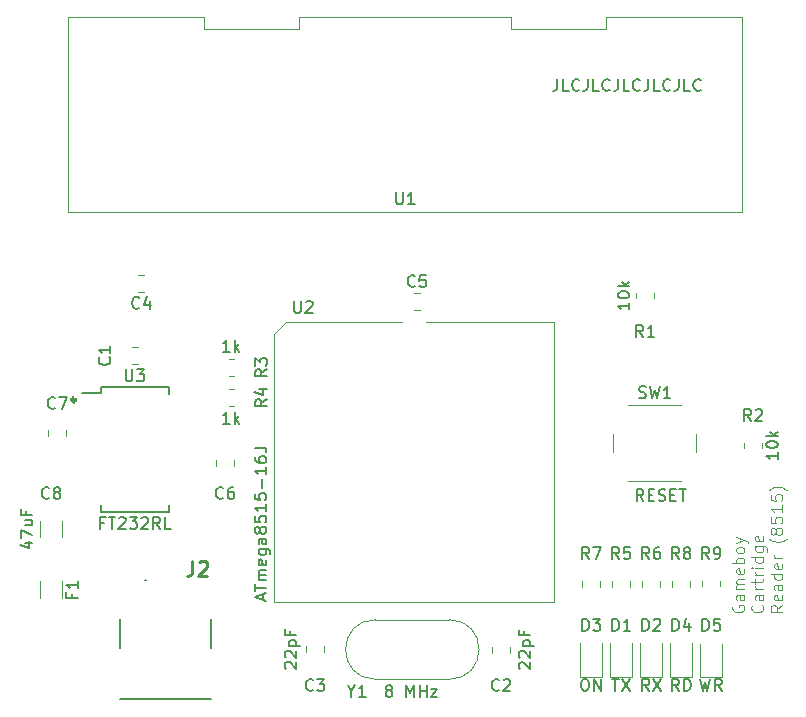
<source format=gbr>
%TF.GenerationSoftware,KiCad,Pcbnew,7.0.10*%
%TF.CreationDate,2024-03-24T11:08:13+01:00*%
%TF.ProjectId,dmg-gbc-cartridge-reader.kicad_pro,646d672d-6762-4632-9d63-617274726964,rev?*%
%TF.SameCoordinates,Original*%
%TF.FileFunction,Legend,Top*%
%TF.FilePolarity,Positive*%
%FSLAX46Y46*%
G04 Gerber Fmt 4.6, Leading zero omitted, Abs format (unit mm)*
G04 Created by KiCad (PCBNEW 7.0.10) date 2024-03-24 11:08:13*
%MOMM*%
%LPD*%
G01*
G04 APERTURE LIST*
%ADD10C,0.343981*%
%ADD11C,0.150000*%
%ADD12C,0.100000*%
%ADD13C,0.254000*%
%ADD14C,0.120000*%
%ADD15C,0.200000*%
G04 APERTURE END LIST*
D10*
X35096990Y-57607200D02*
G75*
G03*
X34753010Y-57607200I-171990J0D01*
G01*
X34753010Y-57607200D02*
G75*
G03*
X35096990Y-57607200I171990J0D01*
G01*
D11*
X75883237Y-30442819D02*
X75883237Y-31157104D01*
X75883237Y-31157104D02*
X75835618Y-31299961D01*
X75835618Y-31299961D02*
X75740380Y-31395200D01*
X75740380Y-31395200D02*
X75597523Y-31442819D01*
X75597523Y-31442819D02*
X75502285Y-31442819D01*
X76835618Y-31442819D02*
X76359428Y-31442819D01*
X76359428Y-31442819D02*
X76359428Y-30442819D01*
X77740380Y-31347580D02*
X77692761Y-31395200D01*
X77692761Y-31395200D02*
X77549904Y-31442819D01*
X77549904Y-31442819D02*
X77454666Y-31442819D01*
X77454666Y-31442819D02*
X77311809Y-31395200D01*
X77311809Y-31395200D02*
X77216571Y-31299961D01*
X77216571Y-31299961D02*
X77168952Y-31204723D01*
X77168952Y-31204723D02*
X77121333Y-31014247D01*
X77121333Y-31014247D02*
X77121333Y-30871390D01*
X77121333Y-30871390D02*
X77168952Y-30680914D01*
X77168952Y-30680914D02*
X77216571Y-30585676D01*
X77216571Y-30585676D02*
X77311809Y-30490438D01*
X77311809Y-30490438D02*
X77454666Y-30442819D01*
X77454666Y-30442819D02*
X77549904Y-30442819D01*
X77549904Y-30442819D02*
X77692761Y-30490438D01*
X77692761Y-30490438D02*
X77740380Y-30538057D01*
X78454666Y-30442819D02*
X78454666Y-31157104D01*
X78454666Y-31157104D02*
X78407047Y-31299961D01*
X78407047Y-31299961D02*
X78311809Y-31395200D01*
X78311809Y-31395200D02*
X78168952Y-31442819D01*
X78168952Y-31442819D02*
X78073714Y-31442819D01*
X79407047Y-31442819D02*
X78930857Y-31442819D01*
X78930857Y-31442819D02*
X78930857Y-30442819D01*
X80311809Y-31347580D02*
X80264190Y-31395200D01*
X80264190Y-31395200D02*
X80121333Y-31442819D01*
X80121333Y-31442819D02*
X80026095Y-31442819D01*
X80026095Y-31442819D02*
X79883238Y-31395200D01*
X79883238Y-31395200D02*
X79788000Y-31299961D01*
X79788000Y-31299961D02*
X79740381Y-31204723D01*
X79740381Y-31204723D02*
X79692762Y-31014247D01*
X79692762Y-31014247D02*
X79692762Y-30871390D01*
X79692762Y-30871390D02*
X79740381Y-30680914D01*
X79740381Y-30680914D02*
X79788000Y-30585676D01*
X79788000Y-30585676D02*
X79883238Y-30490438D01*
X79883238Y-30490438D02*
X80026095Y-30442819D01*
X80026095Y-30442819D02*
X80121333Y-30442819D01*
X80121333Y-30442819D02*
X80264190Y-30490438D01*
X80264190Y-30490438D02*
X80311809Y-30538057D01*
X81026095Y-30442819D02*
X81026095Y-31157104D01*
X81026095Y-31157104D02*
X80978476Y-31299961D01*
X80978476Y-31299961D02*
X80883238Y-31395200D01*
X80883238Y-31395200D02*
X80740381Y-31442819D01*
X80740381Y-31442819D02*
X80645143Y-31442819D01*
X81978476Y-31442819D02*
X81502286Y-31442819D01*
X81502286Y-31442819D02*
X81502286Y-30442819D01*
X82883238Y-31347580D02*
X82835619Y-31395200D01*
X82835619Y-31395200D02*
X82692762Y-31442819D01*
X82692762Y-31442819D02*
X82597524Y-31442819D01*
X82597524Y-31442819D02*
X82454667Y-31395200D01*
X82454667Y-31395200D02*
X82359429Y-31299961D01*
X82359429Y-31299961D02*
X82311810Y-31204723D01*
X82311810Y-31204723D02*
X82264191Y-31014247D01*
X82264191Y-31014247D02*
X82264191Y-30871390D01*
X82264191Y-30871390D02*
X82311810Y-30680914D01*
X82311810Y-30680914D02*
X82359429Y-30585676D01*
X82359429Y-30585676D02*
X82454667Y-30490438D01*
X82454667Y-30490438D02*
X82597524Y-30442819D01*
X82597524Y-30442819D02*
X82692762Y-30442819D01*
X82692762Y-30442819D02*
X82835619Y-30490438D01*
X82835619Y-30490438D02*
X82883238Y-30538057D01*
X83597524Y-30442819D02*
X83597524Y-31157104D01*
X83597524Y-31157104D02*
X83549905Y-31299961D01*
X83549905Y-31299961D02*
X83454667Y-31395200D01*
X83454667Y-31395200D02*
X83311810Y-31442819D01*
X83311810Y-31442819D02*
X83216572Y-31442819D01*
X84549905Y-31442819D02*
X84073715Y-31442819D01*
X84073715Y-31442819D02*
X84073715Y-30442819D01*
X85454667Y-31347580D02*
X85407048Y-31395200D01*
X85407048Y-31395200D02*
X85264191Y-31442819D01*
X85264191Y-31442819D02*
X85168953Y-31442819D01*
X85168953Y-31442819D02*
X85026096Y-31395200D01*
X85026096Y-31395200D02*
X84930858Y-31299961D01*
X84930858Y-31299961D02*
X84883239Y-31204723D01*
X84883239Y-31204723D02*
X84835620Y-31014247D01*
X84835620Y-31014247D02*
X84835620Y-30871390D01*
X84835620Y-30871390D02*
X84883239Y-30680914D01*
X84883239Y-30680914D02*
X84930858Y-30585676D01*
X84930858Y-30585676D02*
X85026096Y-30490438D01*
X85026096Y-30490438D02*
X85168953Y-30442819D01*
X85168953Y-30442819D02*
X85264191Y-30442819D01*
X85264191Y-30442819D02*
X85407048Y-30490438D01*
X85407048Y-30490438D02*
X85454667Y-30538057D01*
X86168953Y-30442819D02*
X86168953Y-31157104D01*
X86168953Y-31157104D02*
X86121334Y-31299961D01*
X86121334Y-31299961D02*
X86026096Y-31395200D01*
X86026096Y-31395200D02*
X85883239Y-31442819D01*
X85883239Y-31442819D02*
X85788001Y-31442819D01*
X87121334Y-31442819D02*
X86645144Y-31442819D01*
X86645144Y-31442819D02*
X86645144Y-30442819D01*
X88026096Y-31347580D02*
X87978477Y-31395200D01*
X87978477Y-31395200D02*
X87835620Y-31442819D01*
X87835620Y-31442819D02*
X87740382Y-31442819D01*
X87740382Y-31442819D02*
X87597525Y-31395200D01*
X87597525Y-31395200D02*
X87502287Y-31299961D01*
X87502287Y-31299961D02*
X87454668Y-31204723D01*
X87454668Y-31204723D02*
X87407049Y-31014247D01*
X87407049Y-31014247D02*
X87407049Y-30871390D01*
X87407049Y-30871390D02*
X87454668Y-30680914D01*
X87454668Y-30680914D02*
X87502287Y-30585676D01*
X87502287Y-30585676D02*
X87597525Y-30490438D01*
X87597525Y-30490438D02*
X87740382Y-30442819D01*
X87740382Y-30442819D02*
X87835620Y-30442819D01*
X87835620Y-30442819D02*
X87978477Y-30490438D01*
X87978477Y-30490438D02*
X88026096Y-30538057D01*
D12*
X90757438Y-75016706D02*
X90709819Y-75111944D01*
X90709819Y-75111944D02*
X90709819Y-75254801D01*
X90709819Y-75254801D02*
X90757438Y-75397658D01*
X90757438Y-75397658D02*
X90852676Y-75492896D01*
X90852676Y-75492896D02*
X90947914Y-75540515D01*
X90947914Y-75540515D02*
X91138390Y-75588134D01*
X91138390Y-75588134D02*
X91281247Y-75588134D01*
X91281247Y-75588134D02*
X91471723Y-75540515D01*
X91471723Y-75540515D02*
X91566961Y-75492896D01*
X91566961Y-75492896D02*
X91662200Y-75397658D01*
X91662200Y-75397658D02*
X91709819Y-75254801D01*
X91709819Y-75254801D02*
X91709819Y-75159563D01*
X91709819Y-75159563D02*
X91662200Y-75016706D01*
X91662200Y-75016706D02*
X91614580Y-74969087D01*
X91614580Y-74969087D02*
X91281247Y-74969087D01*
X91281247Y-74969087D02*
X91281247Y-75159563D01*
X91709819Y-74111944D02*
X91186009Y-74111944D01*
X91186009Y-74111944D02*
X91090771Y-74159563D01*
X91090771Y-74159563D02*
X91043152Y-74254801D01*
X91043152Y-74254801D02*
X91043152Y-74445277D01*
X91043152Y-74445277D02*
X91090771Y-74540515D01*
X91662200Y-74111944D02*
X91709819Y-74207182D01*
X91709819Y-74207182D02*
X91709819Y-74445277D01*
X91709819Y-74445277D02*
X91662200Y-74540515D01*
X91662200Y-74540515D02*
X91566961Y-74588134D01*
X91566961Y-74588134D02*
X91471723Y-74588134D01*
X91471723Y-74588134D02*
X91376485Y-74540515D01*
X91376485Y-74540515D02*
X91328866Y-74445277D01*
X91328866Y-74445277D02*
X91328866Y-74207182D01*
X91328866Y-74207182D02*
X91281247Y-74111944D01*
X91709819Y-73635753D02*
X91043152Y-73635753D01*
X91138390Y-73635753D02*
X91090771Y-73588134D01*
X91090771Y-73588134D02*
X91043152Y-73492896D01*
X91043152Y-73492896D02*
X91043152Y-73350039D01*
X91043152Y-73350039D02*
X91090771Y-73254801D01*
X91090771Y-73254801D02*
X91186009Y-73207182D01*
X91186009Y-73207182D02*
X91709819Y-73207182D01*
X91186009Y-73207182D02*
X91090771Y-73159563D01*
X91090771Y-73159563D02*
X91043152Y-73064325D01*
X91043152Y-73064325D02*
X91043152Y-72921468D01*
X91043152Y-72921468D02*
X91090771Y-72826229D01*
X91090771Y-72826229D02*
X91186009Y-72778610D01*
X91186009Y-72778610D02*
X91709819Y-72778610D01*
X91662200Y-71921468D02*
X91709819Y-72016706D01*
X91709819Y-72016706D02*
X91709819Y-72207182D01*
X91709819Y-72207182D02*
X91662200Y-72302420D01*
X91662200Y-72302420D02*
X91566961Y-72350039D01*
X91566961Y-72350039D02*
X91186009Y-72350039D01*
X91186009Y-72350039D02*
X91090771Y-72302420D01*
X91090771Y-72302420D02*
X91043152Y-72207182D01*
X91043152Y-72207182D02*
X91043152Y-72016706D01*
X91043152Y-72016706D02*
X91090771Y-71921468D01*
X91090771Y-71921468D02*
X91186009Y-71873849D01*
X91186009Y-71873849D02*
X91281247Y-71873849D01*
X91281247Y-71873849D02*
X91376485Y-72350039D01*
X91709819Y-71445277D02*
X90709819Y-71445277D01*
X91090771Y-71445277D02*
X91043152Y-71350039D01*
X91043152Y-71350039D02*
X91043152Y-71159563D01*
X91043152Y-71159563D02*
X91090771Y-71064325D01*
X91090771Y-71064325D02*
X91138390Y-71016706D01*
X91138390Y-71016706D02*
X91233628Y-70969087D01*
X91233628Y-70969087D02*
X91519342Y-70969087D01*
X91519342Y-70969087D02*
X91614580Y-71016706D01*
X91614580Y-71016706D02*
X91662200Y-71064325D01*
X91662200Y-71064325D02*
X91709819Y-71159563D01*
X91709819Y-71159563D02*
X91709819Y-71350039D01*
X91709819Y-71350039D02*
X91662200Y-71445277D01*
X91709819Y-70397658D02*
X91662200Y-70492896D01*
X91662200Y-70492896D02*
X91614580Y-70540515D01*
X91614580Y-70540515D02*
X91519342Y-70588134D01*
X91519342Y-70588134D02*
X91233628Y-70588134D01*
X91233628Y-70588134D02*
X91138390Y-70540515D01*
X91138390Y-70540515D02*
X91090771Y-70492896D01*
X91090771Y-70492896D02*
X91043152Y-70397658D01*
X91043152Y-70397658D02*
X91043152Y-70254801D01*
X91043152Y-70254801D02*
X91090771Y-70159563D01*
X91090771Y-70159563D02*
X91138390Y-70111944D01*
X91138390Y-70111944D02*
X91233628Y-70064325D01*
X91233628Y-70064325D02*
X91519342Y-70064325D01*
X91519342Y-70064325D02*
X91614580Y-70111944D01*
X91614580Y-70111944D02*
X91662200Y-70159563D01*
X91662200Y-70159563D02*
X91709819Y-70254801D01*
X91709819Y-70254801D02*
X91709819Y-70397658D01*
X91043152Y-69730991D02*
X91709819Y-69492896D01*
X91043152Y-69254801D02*
X91709819Y-69492896D01*
X91709819Y-69492896D02*
X91947914Y-69588134D01*
X91947914Y-69588134D02*
X91995533Y-69635753D01*
X91995533Y-69635753D02*
X92043152Y-69730991D01*
X93224580Y-74969087D02*
X93272200Y-75016706D01*
X93272200Y-75016706D02*
X93319819Y-75159563D01*
X93319819Y-75159563D02*
X93319819Y-75254801D01*
X93319819Y-75254801D02*
X93272200Y-75397658D01*
X93272200Y-75397658D02*
X93176961Y-75492896D01*
X93176961Y-75492896D02*
X93081723Y-75540515D01*
X93081723Y-75540515D02*
X92891247Y-75588134D01*
X92891247Y-75588134D02*
X92748390Y-75588134D01*
X92748390Y-75588134D02*
X92557914Y-75540515D01*
X92557914Y-75540515D02*
X92462676Y-75492896D01*
X92462676Y-75492896D02*
X92367438Y-75397658D01*
X92367438Y-75397658D02*
X92319819Y-75254801D01*
X92319819Y-75254801D02*
X92319819Y-75159563D01*
X92319819Y-75159563D02*
X92367438Y-75016706D01*
X92367438Y-75016706D02*
X92415057Y-74969087D01*
X93319819Y-74111944D02*
X92796009Y-74111944D01*
X92796009Y-74111944D02*
X92700771Y-74159563D01*
X92700771Y-74159563D02*
X92653152Y-74254801D01*
X92653152Y-74254801D02*
X92653152Y-74445277D01*
X92653152Y-74445277D02*
X92700771Y-74540515D01*
X93272200Y-74111944D02*
X93319819Y-74207182D01*
X93319819Y-74207182D02*
X93319819Y-74445277D01*
X93319819Y-74445277D02*
X93272200Y-74540515D01*
X93272200Y-74540515D02*
X93176961Y-74588134D01*
X93176961Y-74588134D02*
X93081723Y-74588134D01*
X93081723Y-74588134D02*
X92986485Y-74540515D01*
X92986485Y-74540515D02*
X92938866Y-74445277D01*
X92938866Y-74445277D02*
X92938866Y-74207182D01*
X92938866Y-74207182D02*
X92891247Y-74111944D01*
X93319819Y-73635753D02*
X92653152Y-73635753D01*
X92843628Y-73635753D02*
X92748390Y-73588134D01*
X92748390Y-73588134D02*
X92700771Y-73540515D01*
X92700771Y-73540515D02*
X92653152Y-73445277D01*
X92653152Y-73445277D02*
X92653152Y-73350039D01*
X92653152Y-73159562D02*
X92653152Y-72778610D01*
X92319819Y-73016705D02*
X93176961Y-73016705D01*
X93176961Y-73016705D02*
X93272200Y-72969086D01*
X93272200Y-72969086D02*
X93319819Y-72873848D01*
X93319819Y-72873848D02*
X93319819Y-72778610D01*
X93319819Y-72445276D02*
X92653152Y-72445276D01*
X92843628Y-72445276D02*
X92748390Y-72397657D01*
X92748390Y-72397657D02*
X92700771Y-72350038D01*
X92700771Y-72350038D02*
X92653152Y-72254800D01*
X92653152Y-72254800D02*
X92653152Y-72159562D01*
X93319819Y-71826228D02*
X92653152Y-71826228D01*
X92319819Y-71826228D02*
X92367438Y-71873847D01*
X92367438Y-71873847D02*
X92415057Y-71826228D01*
X92415057Y-71826228D02*
X92367438Y-71778609D01*
X92367438Y-71778609D02*
X92319819Y-71826228D01*
X92319819Y-71826228D02*
X92415057Y-71826228D01*
X93319819Y-70921467D02*
X92319819Y-70921467D01*
X93272200Y-70921467D02*
X93319819Y-71016705D01*
X93319819Y-71016705D02*
X93319819Y-71207181D01*
X93319819Y-71207181D02*
X93272200Y-71302419D01*
X93272200Y-71302419D02*
X93224580Y-71350038D01*
X93224580Y-71350038D02*
X93129342Y-71397657D01*
X93129342Y-71397657D02*
X92843628Y-71397657D01*
X92843628Y-71397657D02*
X92748390Y-71350038D01*
X92748390Y-71350038D02*
X92700771Y-71302419D01*
X92700771Y-71302419D02*
X92653152Y-71207181D01*
X92653152Y-71207181D02*
X92653152Y-71016705D01*
X92653152Y-71016705D02*
X92700771Y-70921467D01*
X92653152Y-70016705D02*
X93462676Y-70016705D01*
X93462676Y-70016705D02*
X93557914Y-70064324D01*
X93557914Y-70064324D02*
X93605533Y-70111943D01*
X93605533Y-70111943D02*
X93653152Y-70207181D01*
X93653152Y-70207181D02*
X93653152Y-70350038D01*
X93653152Y-70350038D02*
X93605533Y-70445276D01*
X93272200Y-70016705D02*
X93319819Y-70111943D01*
X93319819Y-70111943D02*
X93319819Y-70302419D01*
X93319819Y-70302419D02*
X93272200Y-70397657D01*
X93272200Y-70397657D02*
X93224580Y-70445276D01*
X93224580Y-70445276D02*
X93129342Y-70492895D01*
X93129342Y-70492895D02*
X92843628Y-70492895D01*
X92843628Y-70492895D02*
X92748390Y-70445276D01*
X92748390Y-70445276D02*
X92700771Y-70397657D01*
X92700771Y-70397657D02*
X92653152Y-70302419D01*
X92653152Y-70302419D02*
X92653152Y-70111943D01*
X92653152Y-70111943D02*
X92700771Y-70016705D01*
X93272200Y-69159562D02*
X93319819Y-69254800D01*
X93319819Y-69254800D02*
X93319819Y-69445276D01*
X93319819Y-69445276D02*
X93272200Y-69540514D01*
X93272200Y-69540514D02*
X93176961Y-69588133D01*
X93176961Y-69588133D02*
X92796009Y-69588133D01*
X92796009Y-69588133D02*
X92700771Y-69540514D01*
X92700771Y-69540514D02*
X92653152Y-69445276D01*
X92653152Y-69445276D02*
X92653152Y-69254800D01*
X92653152Y-69254800D02*
X92700771Y-69159562D01*
X92700771Y-69159562D02*
X92796009Y-69111943D01*
X92796009Y-69111943D02*
X92891247Y-69111943D01*
X92891247Y-69111943D02*
X92986485Y-69588133D01*
X94929819Y-74969087D02*
X94453628Y-75302420D01*
X94929819Y-75540515D02*
X93929819Y-75540515D01*
X93929819Y-75540515D02*
X93929819Y-75159563D01*
X93929819Y-75159563D02*
X93977438Y-75064325D01*
X93977438Y-75064325D02*
X94025057Y-75016706D01*
X94025057Y-75016706D02*
X94120295Y-74969087D01*
X94120295Y-74969087D02*
X94263152Y-74969087D01*
X94263152Y-74969087D02*
X94358390Y-75016706D01*
X94358390Y-75016706D02*
X94406009Y-75064325D01*
X94406009Y-75064325D02*
X94453628Y-75159563D01*
X94453628Y-75159563D02*
X94453628Y-75540515D01*
X94882200Y-74159563D02*
X94929819Y-74254801D01*
X94929819Y-74254801D02*
X94929819Y-74445277D01*
X94929819Y-74445277D02*
X94882200Y-74540515D01*
X94882200Y-74540515D02*
X94786961Y-74588134D01*
X94786961Y-74588134D02*
X94406009Y-74588134D01*
X94406009Y-74588134D02*
X94310771Y-74540515D01*
X94310771Y-74540515D02*
X94263152Y-74445277D01*
X94263152Y-74445277D02*
X94263152Y-74254801D01*
X94263152Y-74254801D02*
X94310771Y-74159563D01*
X94310771Y-74159563D02*
X94406009Y-74111944D01*
X94406009Y-74111944D02*
X94501247Y-74111944D01*
X94501247Y-74111944D02*
X94596485Y-74588134D01*
X94929819Y-73254801D02*
X94406009Y-73254801D01*
X94406009Y-73254801D02*
X94310771Y-73302420D01*
X94310771Y-73302420D02*
X94263152Y-73397658D01*
X94263152Y-73397658D02*
X94263152Y-73588134D01*
X94263152Y-73588134D02*
X94310771Y-73683372D01*
X94882200Y-73254801D02*
X94929819Y-73350039D01*
X94929819Y-73350039D02*
X94929819Y-73588134D01*
X94929819Y-73588134D02*
X94882200Y-73683372D01*
X94882200Y-73683372D02*
X94786961Y-73730991D01*
X94786961Y-73730991D02*
X94691723Y-73730991D01*
X94691723Y-73730991D02*
X94596485Y-73683372D01*
X94596485Y-73683372D02*
X94548866Y-73588134D01*
X94548866Y-73588134D02*
X94548866Y-73350039D01*
X94548866Y-73350039D02*
X94501247Y-73254801D01*
X94929819Y-72350039D02*
X93929819Y-72350039D01*
X94882200Y-72350039D02*
X94929819Y-72445277D01*
X94929819Y-72445277D02*
X94929819Y-72635753D01*
X94929819Y-72635753D02*
X94882200Y-72730991D01*
X94882200Y-72730991D02*
X94834580Y-72778610D01*
X94834580Y-72778610D02*
X94739342Y-72826229D01*
X94739342Y-72826229D02*
X94453628Y-72826229D01*
X94453628Y-72826229D02*
X94358390Y-72778610D01*
X94358390Y-72778610D02*
X94310771Y-72730991D01*
X94310771Y-72730991D02*
X94263152Y-72635753D01*
X94263152Y-72635753D02*
X94263152Y-72445277D01*
X94263152Y-72445277D02*
X94310771Y-72350039D01*
X94882200Y-71492896D02*
X94929819Y-71588134D01*
X94929819Y-71588134D02*
X94929819Y-71778610D01*
X94929819Y-71778610D02*
X94882200Y-71873848D01*
X94882200Y-71873848D02*
X94786961Y-71921467D01*
X94786961Y-71921467D02*
X94406009Y-71921467D01*
X94406009Y-71921467D02*
X94310771Y-71873848D01*
X94310771Y-71873848D02*
X94263152Y-71778610D01*
X94263152Y-71778610D02*
X94263152Y-71588134D01*
X94263152Y-71588134D02*
X94310771Y-71492896D01*
X94310771Y-71492896D02*
X94406009Y-71445277D01*
X94406009Y-71445277D02*
X94501247Y-71445277D01*
X94501247Y-71445277D02*
X94596485Y-71921467D01*
X94929819Y-71016705D02*
X94263152Y-71016705D01*
X94453628Y-71016705D02*
X94358390Y-70969086D01*
X94358390Y-70969086D02*
X94310771Y-70921467D01*
X94310771Y-70921467D02*
X94263152Y-70826229D01*
X94263152Y-70826229D02*
X94263152Y-70730991D01*
X95310771Y-69350038D02*
X95263152Y-69397657D01*
X95263152Y-69397657D02*
X95120295Y-69492895D01*
X95120295Y-69492895D02*
X95025057Y-69540514D01*
X95025057Y-69540514D02*
X94882200Y-69588133D01*
X94882200Y-69588133D02*
X94644104Y-69635752D01*
X94644104Y-69635752D02*
X94453628Y-69635752D01*
X94453628Y-69635752D02*
X94215533Y-69588133D01*
X94215533Y-69588133D02*
X94072676Y-69540514D01*
X94072676Y-69540514D02*
X93977438Y-69492895D01*
X93977438Y-69492895D02*
X93834580Y-69397657D01*
X93834580Y-69397657D02*
X93786961Y-69350038D01*
X94358390Y-68826228D02*
X94310771Y-68921466D01*
X94310771Y-68921466D02*
X94263152Y-68969085D01*
X94263152Y-68969085D02*
X94167914Y-69016704D01*
X94167914Y-69016704D02*
X94120295Y-69016704D01*
X94120295Y-69016704D02*
X94025057Y-68969085D01*
X94025057Y-68969085D02*
X93977438Y-68921466D01*
X93977438Y-68921466D02*
X93929819Y-68826228D01*
X93929819Y-68826228D02*
X93929819Y-68635752D01*
X93929819Y-68635752D02*
X93977438Y-68540514D01*
X93977438Y-68540514D02*
X94025057Y-68492895D01*
X94025057Y-68492895D02*
X94120295Y-68445276D01*
X94120295Y-68445276D02*
X94167914Y-68445276D01*
X94167914Y-68445276D02*
X94263152Y-68492895D01*
X94263152Y-68492895D02*
X94310771Y-68540514D01*
X94310771Y-68540514D02*
X94358390Y-68635752D01*
X94358390Y-68635752D02*
X94358390Y-68826228D01*
X94358390Y-68826228D02*
X94406009Y-68921466D01*
X94406009Y-68921466D02*
X94453628Y-68969085D01*
X94453628Y-68969085D02*
X94548866Y-69016704D01*
X94548866Y-69016704D02*
X94739342Y-69016704D01*
X94739342Y-69016704D02*
X94834580Y-68969085D01*
X94834580Y-68969085D02*
X94882200Y-68921466D01*
X94882200Y-68921466D02*
X94929819Y-68826228D01*
X94929819Y-68826228D02*
X94929819Y-68635752D01*
X94929819Y-68635752D02*
X94882200Y-68540514D01*
X94882200Y-68540514D02*
X94834580Y-68492895D01*
X94834580Y-68492895D02*
X94739342Y-68445276D01*
X94739342Y-68445276D02*
X94548866Y-68445276D01*
X94548866Y-68445276D02*
X94453628Y-68492895D01*
X94453628Y-68492895D02*
X94406009Y-68540514D01*
X94406009Y-68540514D02*
X94358390Y-68635752D01*
X93929819Y-67540514D02*
X93929819Y-68016704D01*
X93929819Y-68016704D02*
X94406009Y-68064323D01*
X94406009Y-68064323D02*
X94358390Y-68016704D01*
X94358390Y-68016704D02*
X94310771Y-67921466D01*
X94310771Y-67921466D02*
X94310771Y-67683371D01*
X94310771Y-67683371D02*
X94358390Y-67588133D01*
X94358390Y-67588133D02*
X94406009Y-67540514D01*
X94406009Y-67540514D02*
X94501247Y-67492895D01*
X94501247Y-67492895D02*
X94739342Y-67492895D01*
X94739342Y-67492895D02*
X94834580Y-67540514D01*
X94834580Y-67540514D02*
X94882200Y-67588133D01*
X94882200Y-67588133D02*
X94929819Y-67683371D01*
X94929819Y-67683371D02*
X94929819Y-67921466D01*
X94929819Y-67921466D02*
X94882200Y-68016704D01*
X94882200Y-68016704D02*
X94834580Y-68064323D01*
X94929819Y-66540514D02*
X94929819Y-67111942D01*
X94929819Y-66826228D02*
X93929819Y-66826228D01*
X93929819Y-66826228D02*
X94072676Y-66921466D01*
X94072676Y-66921466D02*
X94167914Y-67016704D01*
X94167914Y-67016704D02*
X94215533Y-67111942D01*
X93929819Y-65635752D02*
X93929819Y-66111942D01*
X93929819Y-66111942D02*
X94406009Y-66159561D01*
X94406009Y-66159561D02*
X94358390Y-66111942D01*
X94358390Y-66111942D02*
X94310771Y-66016704D01*
X94310771Y-66016704D02*
X94310771Y-65778609D01*
X94310771Y-65778609D02*
X94358390Y-65683371D01*
X94358390Y-65683371D02*
X94406009Y-65635752D01*
X94406009Y-65635752D02*
X94501247Y-65588133D01*
X94501247Y-65588133D02*
X94739342Y-65588133D01*
X94739342Y-65588133D02*
X94834580Y-65635752D01*
X94834580Y-65635752D02*
X94882200Y-65683371D01*
X94882200Y-65683371D02*
X94929819Y-65778609D01*
X94929819Y-65778609D02*
X94929819Y-66016704D01*
X94929819Y-66016704D02*
X94882200Y-66111942D01*
X94882200Y-66111942D02*
X94834580Y-66159561D01*
X95310771Y-65254799D02*
X95263152Y-65207180D01*
X95263152Y-65207180D02*
X95120295Y-65111942D01*
X95120295Y-65111942D02*
X95025057Y-65064323D01*
X95025057Y-65064323D02*
X94882200Y-65016704D01*
X94882200Y-65016704D02*
X94644104Y-64969085D01*
X94644104Y-64969085D02*
X94453628Y-64969085D01*
X94453628Y-64969085D02*
X94215533Y-65016704D01*
X94215533Y-65016704D02*
X94072676Y-65064323D01*
X94072676Y-65064323D02*
X93977438Y-65111942D01*
X93977438Y-65111942D02*
X93834580Y-65207180D01*
X93834580Y-65207180D02*
X93786961Y-65254799D01*
D11*
X62230095Y-40032819D02*
X62230095Y-40842342D01*
X62230095Y-40842342D02*
X62277714Y-40937580D01*
X62277714Y-40937580D02*
X62325333Y-40985200D01*
X62325333Y-40985200D02*
X62420571Y-41032819D01*
X62420571Y-41032819D02*
X62611047Y-41032819D01*
X62611047Y-41032819D02*
X62706285Y-40985200D01*
X62706285Y-40985200D02*
X62753904Y-40937580D01*
X62753904Y-40937580D02*
X62801523Y-40842342D01*
X62801523Y-40842342D02*
X62801523Y-40032819D01*
X63801523Y-41032819D02*
X63230095Y-41032819D01*
X63515809Y-41032819D02*
X63515809Y-40032819D01*
X63515809Y-40032819D02*
X63420571Y-40175676D01*
X63420571Y-40175676D02*
X63325333Y-40270914D01*
X63325333Y-40270914D02*
X63230095Y-40318533D01*
X33361333Y-58271580D02*
X33313714Y-58319200D01*
X33313714Y-58319200D02*
X33170857Y-58366819D01*
X33170857Y-58366819D02*
X33075619Y-58366819D01*
X33075619Y-58366819D02*
X32932762Y-58319200D01*
X32932762Y-58319200D02*
X32837524Y-58223961D01*
X32837524Y-58223961D02*
X32789905Y-58128723D01*
X32789905Y-58128723D02*
X32742286Y-57938247D01*
X32742286Y-57938247D02*
X32742286Y-57795390D01*
X32742286Y-57795390D02*
X32789905Y-57604914D01*
X32789905Y-57604914D02*
X32837524Y-57509676D01*
X32837524Y-57509676D02*
X32932762Y-57414438D01*
X32932762Y-57414438D02*
X33075619Y-57366819D01*
X33075619Y-57366819D02*
X33170857Y-57366819D01*
X33170857Y-57366819D02*
X33313714Y-57414438D01*
X33313714Y-57414438D02*
X33361333Y-57462057D01*
X33694667Y-57366819D02*
X34361333Y-57366819D01*
X34361333Y-57366819D02*
X33932762Y-58366819D01*
X47585333Y-65891580D02*
X47537714Y-65939200D01*
X47537714Y-65939200D02*
X47394857Y-65986819D01*
X47394857Y-65986819D02*
X47299619Y-65986819D01*
X47299619Y-65986819D02*
X47156762Y-65939200D01*
X47156762Y-65939200D02*
X47061524Y-65843961D01*
X47061524Y-65843961D02*
X47013905Y-65748723D01*
X47013905Y-65748723D02*
X46966286Y-65558247D01*
X46966286Y-65558247D02*
X46966286Y-65415390D01*
X46966286Y-65415390D02*
X47013905Y-65224914D01*
X47013905Y-65224914D02*
X47061524Y-65129676D01*
X47061524Y-65129676D02*
X47156762Y-65034438D01*
X47156762Y-65034438D02*
X47299619Y-64986819D01*
X47299619Y-64986819D02*
X47394857Y-64986819D01*
X47394857Y-64986819D02*
X47537714Y-65034438D01*
X47537714Y-65034438D02*
X47585333Y-65082057D01*
X48442476Y-64986819D02*
X48252000Y-64986819D01*
X48252000Y-64986819D02*
X48156762Y-65034438D01*
X48156762Y-65034438D02*
X48109143Y-65082057D01*
X48109143Y-65082057D02*
X48013905Y-65224914D01*
X48013905Y-65224914D02*
X47966286Y-65415390D01*
X47966286Y-65415390D02*
X47966286Y-65796342D01*
X47966286Y-65796342D02*
X48013905Y-65891580D01*
X48013905Y-65891580D02*
X48061524Y-65939200D01*
X48061524Y-65939200D02*
X48156762Y-65986819D01*
X48156762Y-65986819D02*
X48347238Y-65986819D01*
X48347238Y-65986819D02*
X48442476Y-65939200D01*
X48442476Y-65939200D02*
X48490095Y-65891580D01*
X48490095Y-65891580D02*
X48537714Y-65796342D01*
X48537714Y-65796342D02*
X48537714Y-65558247D01*
X48537714Y-65558247D02*
X48490095Y-65463009D01*
X48490095Y-65463009D02*
X48442476Y-65415390D01*
X48442476Y-65415390D02*
X48347238Y-65367771D01*
X48347238Y-65367771D02*
X48156762Y-65367771D01*
X48156762Y-65367771D02*
X48061524Y-65415390D01*
X48061524Y-65415390D02*
X48013905Y-65463009D01*
X48013905Y-65463009D02*
X47966286Y-65558247D01*
X63819833Y-47955580D02*
X63772214Y-48003200D01*
X63772214Y-48003200D02*
X63629357Y-48050819D01*
X63629357Y-48050819D02*
X63534119Y-48050819D01*
X63534119Y-48050819D02*
X63391262Y-48003200D01*
X63391262Y-48003200D02*
X63296024Y-47907961D01*
X63296024Y-47907961D02*
X63248405Y-47812723D01*
X63248405Y-47812723D02*
X63200786Y-47622247D01*
X63200786Y-47622247D02*
X63200786Y-47479390D01*
X63200786Y-47479390D02*
X63248405Y-47288914D01*
X63248405Y-47288914D02*
X63296024Y-47193676D01*
X63296024Y-47193676D02*
X63391262Y-47098438D01*
X63391262Y-47098438D02*
X63534119Y-47050819D01*
X63534119Y-47050819D02*
X63629357Y-47050819D01*
X63629357Y-47050819D02*
X63772214Y-47098438D01*
X63772214Y-47098438D02*
X63819833Y-47146057D01*
X64724595Y-47050819D02*
X64248405Y-47050819D01*
X64248405Y-47050819D02*
X64200786Y-47527009D01*
X64200786Y-47527009D02*
X64248405Y-47479390D01*
X64248405Y-47479390D02*
X64343643Y-47431771D01*
X64343643Y-47431771D02*
X64581738Y-47431771D01*
X64581738Y-47431771D02*
X64676976Y-47479390D01*
X64676976Y-47479390D02*
X64724595Y-47527009D01*
X64724595Y-47527009D02*
X64772214Y-47622247D01*
X64772214Y-47622247D02*
X64772214Y-47860342D01*
X64772214Y-47860342D02*
X64724595Y-47955580D01*
X64724595Y-47955580D02*
X64676976Y-48003200D01*
X64676976Y-48003200D02*
X64581738Y-48050819D01*
X64581738Y-48050819D02*
X64343643Y-48050819D01*
X64343643Y-48050819D02*
X64248405Y-48003200D01*
X64248405Y-48003200D02*
X64200786Y-47955580D01*
X40494833Y-49791580D02*
X40447214Y-49839200D01*
X40447214Y-49839200D02*
X40304357Y-49886819D01*
X40304357Y-49886819D02*
X40209119Y-49886819D01*
X40209119Y-49886819D02*
X40066262Y-49839200D01*
X40066262Y-49839200D02*
X39971024Y-49743961D01*
X39971024Y-49743961D02*
X39923405Y-49648723D01*
X39923405Y-49648723D02*
X39875786Y-49458247D01*
X39875786Y-49458247D02*
X39875786Y-49315390D01*
X39875786Y-49315390D02*
X39923405Y-49124914D01*
X39923405Y-49124914D02*
X39971024Y-49029676D01*
X39971024Y-49029676D02*
X40066262Y-48934438D01*
X40066262Y-48934438D02*
X40209119Y-48886819D01*
X40209119Y-48886819D02*
X40304357Y-48886819D01*
X40304357Y-48886819D02*
X40447214Y-48934438D01*
X40447214Y-48934438D02*
X40494833Y-48982057D01*
X41351976Y-49220152D02*
X41351976Y-49886819D01*
X41113881Y-48839200D02*
X40875786Y-49553485D01*
X40875786Y-49553485D02*
X41494833Y-49553485D01*
X55205333Y-82147580D02*
X55157714Y-82195200D01*
X55157714Y-82195200D02*
X55014857Y-82242819D01*
X55014857Y-82242819D02*
X54919619Y-82242819D01*
X54919619Y-82242819D02*
X54776762Y-82195200D01*
X54776762Y-82195200D02*
X54681524Y-82099961D01*
X54681524Y-82099961D02*
X54633905Y-82004723D01*
X54633905Y-82004723D02*
X54586286Y-81814247D01*
X54586286Y-81814247D02*
X54586286Y-81671390D01*
X54586286Y-81671390D02*
X54633905Y-81480914D01*
X54633905Y-81480914D02*
X54681524Y-81385676D01*
X54681524Y-81385676D02*
X54776762Y-81290438D01*
X54776762Y-81290438D02*
X54919619Y-81242819D01*
X54919619Y-81242819D02*
X55014857Y-81242819D01*
X55014857Y-81242819D02*
X55157714Y-81290438D01*
X55157714Y-81290438D02*
X55205333Y-81338057D01*
X55538667Y-81242819D02*
X56157714Y-81242819D01*
X56157714Y-81242819D02*
X55824381Y-81623771D01*
X55824381Y-81623771D02*
X55967238Y-81623771D01*
X55967238Y-81623771D02*
X56062476Y-81671390D01*
X56062476Y-81671390D02*
X56110095Y-81719009D01*
X56110095Y-81719009D02*
X56157714Y-81814247D01*
X56157714Y-81814247D02*
X56157714Y-82052342D01*
X56157714Y-82052342D02*
X56110095Y-82147580D01*
X56110095Y-82147580D02*
X56062476Y-82195200D01*
X56062476Y-82195200D02*
X55967238Y-82242819D01*
X55967238Y-82242819D02*
X55681524Y-82242819D01*
X55681524Y-82242819D02*
X55586286Y-82195200D01*
X55586286Y-82195200D02*
X55538667Y-82147580D01*
X52890057Y-80361356D02*
X52842438Y-80313737D01*
X52842438Y-80313737D02*
X52794819Y-80218499D01*
X52794819Y-80218499D02*
X52794819Y-79980404D01*
X52794819Y-79980404D02*
X52842438Y-79885166D01*
X52842438Y-79885166D02*
X52890057Y-79837547D01*
X52890057Y-79837547D02*
X52985295Y-79789928D01*
X52985295Y-79789928D02*
X53080533Y-79789928D01*
X53080533Y-79789928D02*
X53223390Y-79837547D01*
X53223390Y-79837547D02*
X53794819Y-80408975D01*
X53794819Y-80408975D02*
X53794819Y-79789928D01*
X52890057Y-79408975D02*
X52842438Y-79361356D01*
X52842438Y-79361356D02*
X52794819Y-79266118D01*
X52794819Y-79266118D02*
X52794819Y-79028023D01*
X52794819Y-79028023D02*
X52842438Y-78932785D01*
X52842438Y-78932785D02*
X52890057Y-78885166D01*
X52890057Y-78885166D02*
X52985295Y-78837547D01*
X52985295Y-78837547D02*
X53080533Y-78837547D01*
X53080533Y-78837547D02*
X53223390Y-78885166D01*
X53223390Y-78885166D02*
X53794819Y-79456594D01*
X53794819Y-79456594D02*
X53794819Y-78837547D01*
X53128152Y-78408975D02*
X54128152Y-78408975D01*
X53175771Y-78408975D02*
X53128152Y-78313737D01*
X53128152Y-78313737D02*
X53128152Y-78123261D01*
X53128152Y-78123261D02*
X53175771Y-78028023D01*
X53175771Y-78028023D02*
X53223390Y-77980404D01*
X53223390Y-77980404D02*
X53318628Y-77932785D01*
X53318628Y-77932785D02*
X53604342Y-77932785D01*
X53604342Y-77932785D02*
X53699580Y-77980404D01*
X53699580Y-77980404D02*
X53747200Y-78028023D01*
X53747200Y-78028023D02*
X53794819Y-78123261D01*
X53794819Y-78123261D02*
X53794819Y-78313737D01*
X53794819Y-78313737D02*
X53747200Y-78408975D01*
X53271009Y-77170880D02*
X53271009Y-77504213D01*
X53794819Y-77504213D02*
X52794819Y-77504213D01*
X52794819Y-77504213D02*
X52794819Y-77028023D01*
X70953333Y-82147580D02*
X70905714Y-82195200D01*
X70905714Y-82195200D02*
X70762857Y-82242819D01*
X70762857Y-82242819D02*
X70667619Y-82242819D01*
X70667619Y-82242819D02*
X70524762Y-82195200D01*
X70524762Y-82195200D02*
X70429524Y-82099961D01*
X70429524Y-82099961D02*
X70381905Y-82004723D01*
X70381905Y-82004723D02*
X70334286Y-81814247D01*
X70334286Y-81814247D02*
X70334286Y-81671390D01*
X70334286Y-81671390D02*
X70381905Y-81480914D01*
X70381905Y-81480914D02*
X70429524Y-81385676D01*
X70429524Y-81385676D02*
X70524762Y-81290438D01*
X70524762Y-81290438D02*
X70667619Y-81242819D01*
X70667619Y-81242819D02*
X70762857Y-81242819D01*
X70762857Y-81242819D02*
X70905714Y-81290438D01*
X70905714Y-81290438D02*
X70953333Y-81338057D01*
X71334286Y-81338057D02*
X71381905Y-81290438D01*
X71381905Y-81290438D02*
X71477143Y-81242819D01*
X71477143Y-81242819D02*
X71715238Y-81242819D01*
X71715238Y-81242819D02*
X71810476Y-81290438D01*
X71810476Y-81290438D02*
X71858095Y-81338057D01*
X71858095Y-81338057D02*
X71905714Y-81433295D01*
X71905714Y-81433295D02*
X71905714Y-81528533D01*
X71905714Y-81528533D02*
X71858095Y-81671390D01*
X71858095Y-81671390D02*
X71286667Y-82242819D01*
X71286667Y-82242819D02*
X71905714Y-82242819D01*
X72702057Y-80382856D02*
X72654438Y-80335237D01*
X72654438Y-80335237D02*
X72606819Y-80239999D01*
X72606819Y-80239999D02*
X72606819Y-80001904D01*
X72606819Y-80001904D02*
X72654438Y-79906666D01*
X72654438Y-79906666D02*
X72702057Y-79859047D01*
X72702057Y-79859047D02*
X72797295Y-79811428D01*
X72797295Y-79811428D02*
X72892533Y-79811428D01*
X72892533Y-79811428D02*
X73035390Y-79859047D01*
X73035390Y-79859047D02*
X73606819Y-80430475D01*
X73606819Y-80430475D02*
X73606819Y-79811428D01*
X72702057Y-79430475D02*
X72654438Y-79382856D01*
X72654438Y-79382856D02*
X72606819Y-79287618D01*
X72606819Y-79287618D02*
X72606819Y-79049523D01*
X72606819Y-79049523D02*
X72654438Y-78954285D01*
X72654438Y-78954285D02*
X72702057Y-78906666D01*
X72702057Y-78906666D02*
X72797295Y-78859047D01*
X72797295Y-78859047D02*
X72892533Y-78859047D01*
X72892533Y-78859047D02*
X73035390Y-78906666D01*
X73035390Y-78906666D02*
X73606819Y-79478094D01*
X73606819Y-79478094D02*
X73606819Y-78859047D01*
X72940152Y-78430475D02*
X73940152Y-78430475D01*
X72987771Y-78430475D02*
X72940152Y-78335237D01*
X72940152Y-78335237D02*
X72940152Y-78144761D01*
X72940152Y-78144761D02*
X72987771Y-78049523D01*
X72987771Y-78049523D02*
X73035390Y-78001904D01*
X73035390Y-78001904D02*
X73130628Y-77954285D01*
X73130628Y-77954285D02*
X73416342Y-77954285D01*
X73416342Y-77954285D02*
X73511580Y-78001904D01*
X73511580Y-78001904D02*
X73559200Y-78049523D01*
X73559200Y-78049523D02*
X73606819Y-78144761D01*
X73606819Y-78144761D02*
X73606819Y-78335237D01*
X73606819Y-78335237D02*
X73559200Y-78430475D01*
X73083009Y-77192380D02*
X73083009Y-77525713D01*
X73606819Y-77525713D02*
X72606819Y-77525713D01*
X72606819Y-77525713D02*
X72606819Y-77049523D01*
X37951580Y-54014666D02*
X37999200Y-54062285D01*
X37999200Y-54062285D02*
X38046819Y-54205142D01*
X38046819Y-54205142D02*
X38046819Y-54300380D01*
X38046819Y-54300380D02*
X37999200Y-54443237D01*
X37999200Y-54443237D02*
X37903961Y-54538475D01*
X37903961Y-54538475D02*
X37808723Y-54586094D01*
X37808723Y-54586094D02*
X37618247Y-54633713D01*
X37618247Y-54633713D02*
X37475390Y-54633713D01*
X37475390Y-54633713D02*
X37284914Y-54586094D01*
X37284914Y-54586094D02*
X37189676Y-54538475D01*
X37189676Y-54538475D02*
X37094438Y-54443237D01*
X37094438Y-54443237D02*
X37046819Y-54300380D01*
X37046819Y-54300380D02*
X37046819Y-54205142D01*
X37046819Y-54205142D02*
X37094438Y-54062285D01*
X37094438Y-54062285D02*
X37142057Y-54014666D01*
X38046819Y-53062285D02*
X38046819Y-53633713D01*
X38046819Y-53347999D02*
X37046819Y-53347999D01*
X37046819Y-53347999D02*
X37189676Y-53443237D01*
X37189676Y-53443237D02*
X37284914Y-53538475D01*
X37284914Y-53538475D02*
X37332533Y-53633713D01*
X88733333Y-71066819D02*
X88400000Y-70590628D01*
X88161905Y-71066819D02*
X88161905Y-70066819D01*
X88161905Y-70066819D02*
X88542857Y-70066819D01*
X88542857Y-70066819D02*
X88638095Y-70114438D01*
X88638095Y-70114438D02*
X88685714Y-70162057D01*
X88685714Y-70162057D02*
X88733333Y-70257295D01*
X88733333Y-70257295D02*
X88733333Y-70400152D01*
X88733333Y-70400152D02*
X88685714Y-70495390D01*
X88685714Y-70495390D02*
X88638095Y-70543009D01*
X88638095Y-70543009D02*
X88542857Y-70590628D01*
X88542857Y-70590628D02*
X88161905Y-70590628D01*
X89209524Y-71066819D02*
X89400000Y-71066819D01*
X89400000Y-71066819D02*
X89495238Y-71019200D01*
X89495238Y-71019200D02*
X89542857Y-70971580D01*
X89542857Y-70971580D02*
X89638095Y-70828723D01*
X89638095Y-70828723D02*
X89685714Y-70638247D01*
X89685714Y-70638247D02*
X89685714Y-70257295D01*
X89685714Y-70257295D02*
X89638095Y-70162057D01*
X89638095Y-70162057D02*
X89590476Y-70114438D01*
X89590476Y-70114438D02*
X89495238Y-70066819D01*
X89495238Y-70066819D02*
X89304762Y-70066819D01*
X89304762Y-70066819D02*
X89209524Y-70114438D01*
X89209524Y-70114438D02*
X89161905Y-70162057D01*
X89161905Y-70162057D02*
X89114286Y-70257295D01*
X89114286Y-70257295D02*
X89114286Y-70495390D01*
X89114286Y-70495390D02*
X89161905Y-70590628D01*
X89161905Y-70590628D02*
X89209524Y-70638247D01*
X89209524Y-70638247D02*
X89304762Y-70685866D01*
X89304762Y-70685866D02*
X89495238Y-70685866D01*
X89495238Y-70685866D02*
X89590476Y-70638247D01*
X89590476Y-70638247D02*
X89638095Y-70590628D01*
X89638095Y-70590628D02*
X89685714Y-70495390D01*
X86193333Y-71066819D02*
X85860000Y-70590628D01*
X85621905Y-71066819D02*
X85621905Y-70066819D01*
X85621905Y-70066819D02*
X86002857Y-70066819D01*
X86002857Y-70066819D02*
X86098095Y-70114438D01*
X86098095Y-70114438D02*
X86145714Y-70162057D01*
X86145714Y-70162057D02*
X86193333Y-70257295D01*
X86193333Y-70257295D02*
X86193333Y-70400152D01*
X86193333Y-70400152D02*
X86145714Y-70495390D01*
X86145714Y-70495390D02*
X86098095Y-70543009D01*
X86098095Y-70543009D02*
X86002857Y-70590628D01*
X86002857Y-70590628D02*
X85621905Y-70590628D01*
X86764762Y-70495390D02*
X86669524Y-70447771D01*
X86669524Y-70447771D02*
X86621905Y-70400152D01*
X86621905Y-70400152D02*
X86574286Y-70304914D01*
X86574286Y-70304914D02*
X86574286Y-70257295D01*
X86574286Y-70257295D02*
X86621905Y-70162057D01*
X86621905Y-70162057D02*
X86669524Y-70114438D01*
X86669524Y-70114438D02*
X86764762Y-70066819D01*
X86764762Y-70066819D02*
X86955238Y-70066819D01*
X86955238Y-70066819D02*
X87050476Y-70114438D01*
X87050476Y-70114438D02*
X87098095Y-70162057D01*
X87098095Y-70162057D02*
X87145714Y-70257295D01*
X87145714Y-70257295D02*
X87145714Y-70304914D01*
X87145714Y-70304914D02*
X87098095Y-70400152D01*
X87098095Y-70400152D02*
X87050476Y-70447771D01*
X87050476Y-70447771D02*
X86955238Y-70495390D01*
X86955238Y-70495390D02*
X86764762Y-70495390D01*
X86764762Y-70495390D02*
X86669524Y-70543009D01*
X86669524Y-70543009D02*
X86621905Y-70590628D01*
X86621905Y-70590628D02*
X86574286Y-70685866D01*
X86574286Y-70685866D02*
X86574286Y-70876342D01*
X86574286Y-70876342D02*
X86621905Y-70971580D01*
X86621905Y-70971580D02*
X86669524Y-71019200D01*
X86669524Y-71019200D02*
X86764762Y-71066819D01*
X86764762Y-71066819D02*
X86955238Y-71066819D01*
X86955238Y-71066819D02*
X87050476Y-71019200D01*
X87050476Y-71019200D02*
X87098095Y-70971580D01*
X87098095Y-70971580D02*
X87145714Y-70876342D01*
X87145714Y-70876342D02*
X87145714Y-70685866D01*
X87145714Y-70685866D02*
X87098095Y-70590628D01*
X87098095Y-70590628D02*
X87050476Y-70543009D01*
X87050476Y-70543009D02*
X86955238Y-70495390D01*
X78573333Y-71066819D02*
X78240000Y-70590628D01*
X78001905Y-71066819D02*
X78001905Y-70066819D01*
X78001905Y-70066819D02*
X78382857Y-70066819D01*
X78382857Y-70066819D02*
X78478095Y-70114438D01*
X78478095Y-70114438D02*
X78525714Y-70162057D01*
X78525714Y-70162057D02*
X78573333Y-70257295D01*
X78573333Y-70257295D02*
X78573333Y-70400152D01*
X78573333Y-70400152D02*
X78525714Y-70495390D01*
X78525714Y-70495390D02*
X78478095Y-70543009D01*
X78478095Y-70543009D02*
X78382857Y-70590628D01*
X78382857Y-70590628D02*
X78001905Y-70590628D01*
X78906667Y-70066819D02*
X79573333Y-70066819D01*
X79573333Y-70066819D02*
X79144762Y-71066819D01*
X83653333Y-71066819D02*
X83320000Y-70590628D01*
X83081905Y-71066819D02*
X83081905Y-70066819D01*
X83081905Y-70066819D02*
X83462857Y-70066819D01*
X83462857Y-70066819D02*
X83558095Y-70114438D01*
X83558095Y-70114438D02*
X83605714Y-70162057D01*
X83605714Y-70162057D02*
X83653333Y-70257295D01*
X83653333Y-70257295D02*
X83653333Y-70400152D01*
X83653333Y-70400152D02*
X83605714Y-70495390D01*
X83605714Y-70495390D02*
X83558095Y-70543009D01*
X83558095Y-70543009D02*
X83462857Y-70590628D01*
X83462857Y-70590628D02*
X83081905Y-70590628D01*
X84510476Y-70066819D02*
X84320000Y-70066819D01*
X84320000Y-70066819D02*
X84224762Y-70114438D01*
X84224762Y-70114438D02*
X84177143Y-70162057D01*
X84177143Y-70162057D02*
X84081905Y-70304914D01*
X84081905Y-70304914D02*
X84034286Y-70495390D01*
X84034286Y-70495390D02*
X84034286Y-70876342D01*
X84034286Y-70876342D02*
X84081905Y-70971580D01*
X84081905Y-70971580D02*
X84129524Y-71019200D01*
X84129524Y-71019200D02*
X84224762Y-71066819D01*
X84224762Y-71066819D02*
X84415238Y-71066819D01*
X84415238Y-71066819D02*
X84510476Y-71019200D01*
X84510476Y-71019200D02*
X84558095Y-70971580D01*
X84558095Y-70971580D02*
X84605714Y-70876342D01*
X84605714Y-70876342D02*
X84605714Y-70638247D01*
X84605714Y-70638247D02*
X84558095Y-70543009D01*
X84558095Y-70543009D02*
X84510476Y-70495390D01*
X84510476Y-70495390D02*
X84415238Y-70447771D01*
X84415238Y-70447771D02*
X84224762Y-70447771D01*
X84224762Y-70447771D02*
X84129524Y-70495390D01*
X84129524Y-70495390D02*
X84081905Y-70543009D01*
X84081905Y-70543009D02*
X84034286Y-70638247D01*
X81113333Y-71066819D02*
X80780000Y-70590628D01*
X80541905Y-71066819D02*
X80541905Y-70066819D01*
X80541905Y-70066819D02*
X80922857Y-70066819D01*
X80922857Y-70066819D02*
X81018095Y-70114438D01*
X81018095Y-70114438D02*
X81065714Y-70162057D01*
X81065714Y-70162057D02*
X81113333Y-70257295D01*
X81113333Y-70257295D02*
X81113333Y-70400152D01*
X81113333Y-70400152D02*
X81065714Y-70495390D01*
X81065714Y-70495390D02*
X81018095Y-70543009D01*
X81018095Y-70543009D02*
X80922857Y-70590628D01*
X80922857Y-70590628D02*
X80541905Y-70590628D01*
X82018095Y-70066819D02*
X81541905Y-70066819D01*
X81541905Y-70066819D02*
X81494286Y-70543009D01*
X81494286Y-70543009D02*
X81541905Y-70495390D01*
X81541905Y-70495390D02*
X81637143Y-70447771D01*
X81637143Y-70447771D02*
X81875238Y-70447771D01*
X81875238Y-70447771D02*
X81970476Y-70495390D01*
X81970476Y-70495390D02*
X82018095Y-70543009D01*
X82018095Y-70543009D02*
X82065714Y-70638247D01*
X82065714Y-70638247D02*
X82065714Y-70876342D01*
X82065714Y-70876342D02*
X82018095Y-70971580D01*
X82018095Y-70971580D02*
X81970476Y-71019200D01*
X81970476Y-71019200D02*
X81875238Y-71066819D01*
X81875238Y-71066819D02*
X81637143Y-71066819D01*
X81637143Y-71066819D02*
X81541905Y-71019200D01*
X81541905Y-71019200D02*
X81494286Y-70971580D01*
X51286819Y-57570666D02*
X50810628Y-57903999D01*
X51286819Y-58142094D02*
X50286819Y-58142094D01*
X50286819Y-58142094D02*
X50286819Y-57761142D01*
X50286819Y-57761142D02*
X50334438Y-57665904D01*
X50334438Y-57665904D02*
X50382057Y-57618285D01*
X50382057Y-57618285D02*
X50477295Y-57570666D01*
X50477295Y-57570666D02*
X50620152Y-57570666D01*
X50620152Y-57570666D02*
X50715390Y-57618285D01*
X50715390Y-57618285D02*
X50763009Y-57665904D01*
X50763009Y-57665904D02*
X50810628Y-57761142D01*
X50810628Y-57761142D02*
X50810628Y-58142094D01*
X50620152Y-56713523D02*
X51286819Y-56713523D01*
X50239200Y-56951618D02*
X50953485Y-57189713D01*
X50953485Y-57189713D02*
X50953485Y-56570666D01*
X48140952Y-59636819D02*
X47569524Y-59636819D01*
X47855238Y-59636819D02*
X47855238Y-58636819D01*
X47855238Y-58636819D02*
X47760000Y-58779676D01*
X47760000Y-58779676D02*
X47664762Y-58874914D01*
X47664762Y-58874914D02*
X47569524Y-58922533D01*
X48569524Y-59636819D02*
X48569524Y-58636819D01*
X48664762Y-59255866D02*
X48950476Y-59636819D01*
X48950476Y-58970152D02*
X48569524Y-59351104D01*
X51286819Y-55030666D02*
X50810628Y-55363999D01*
X51286819Y-55602094D02*
X50286819Y-55602094D01*
X50286819Y-55602094D02*
X50286819Y-55221142D01*
X50286819Y-55221142D02*
X50334438Y-55125904D01*
X50334438Y-55125904D02*
X50382057Y-55078285D01*
X50382057Y-55078285D02*
X50477295Y-55030666D01*
X50477295Y-55030666D02*
X50620152Y-55030666D01*
X50620152Y-55030666D02*
X50715390Y-55078285D01*
X50715390Y-55078285D02*
X50763009Y-55125904D01*
X50763009Y-55125904D02*
X50810628Y-55221142D01*
X50810628Y-55221142D02*
X50810628Y-55602094D01*
X50286819Y-54697332D02*
X50286819Y-54078285D01*
X50286819Y-54078285D02*
X50667771Y-54411618D01*
X50667771Y-54411618D02*
X50667771Y-54268761D01*
X50667771Y-54268761D02*
X50715390Y-54173523D01*
X50715390Y-54173523D02*
X50763009Y-54125904D01*
X50763009Y-54125904D02*
X50858247Y-54078285D01*
X50858247Y-54078285D02*
X51096342Y-54078285D01*
X51096342Y-54078285D02*
X51191580Y-54125904D01*
X51191580Y-54125904D02*
X51239200Y-54173523D01*
X51239200Y-54173523D02*
X51286819Y-54268761D01*
X51286819Y-54268761D02*
X51286819Y-54554475D01*
X51286819Y-54554475D02*
X51239200Y-54649713D01*
X51239200Y-54649713D02*
X51191580Y-54697332D01*
X48140952Y-53540819D02*
X47569524Y-53540819D01*
X47855238Y-53540819D02*
X47855238Y-52540819D01*
X47855238Y-52540819D02*
X47760000Y-52683676D01*
X47760000Y-52683676D02*
X47664762Y-52778914D01*
X47664762Y-52778914D02*
X47569524Y-52826533D01*
X48569524Y-53540819D02*
X48569524Y-52540819D01*
X48664762Y-53159866D02*
X48950476Y-53540819D01*
X48950476Y-52874152D02*
X48569524Y-53255104D01*
X92289333Y-59382819D02*
X91956000Y-58906628D01*
X91717905Y-59382819D02*
X91717905Y-58382819D01*
X91717905Y-58382819D02*
X92098857Y-58382819D01*
X92098857Y-58382819D02*
X92194095Y-58430438D01*
X92194095Y-58430438D02*
X92241714Y-58478057D01*
X92241714Y-58478057D02*
X92289333Y-58573295D01*
X92289333Y-58573295D02*
X92289333Y-58716152D01*
X92289333Y-58716152D02*
X92241714Y-58811390D01*
X92241714Y-58811390D02*
X92194095Y-58859009D01*
X92194095Y-58859009D02*
X92098857Y-58906628D01*
X92098857Y-58906628D02*
X91717905Y-58906628D01*
X92670286Y-58478057D02*
X92717905Y-58430438D01*
X92717905Y-58430438D02*
X92813143Y-58382819D01*
X92813143Y-58382819D02*
X93051238Y-58382819D01*
X93051238Y-58382819D02*
X93146476Y-58430438D01*
X93146476Y-58430438D02*
X93194095Y-58478057D01*
X93194095Y-58478057D02*
X93241714Y-58573295D01*
X93241714Y-58573295D02*
X93241714Y-58668533D01*
X93241714Y-58668533D02*
X93194095Y-58811390D01*
X93194095Y-58811390D02*
X92622667Y-59382819D01*
X92622667Y-59382819D02*
X93241714Y-59382819D01*
X94560819Y-62047238D02*
X94560819Y-62618666D01*
X94560819Y-62332952D02*
X93560819Y-62332952D01*
X93560819Y-62332952D02*
X93703676Y-62428190D01*
X93703676Y-62428190D02*
X93798914Y-62523428D01*
X93798914Y-62523428D02*
X93846533Y-62618666D01*
X93560819Y-61428190D02*
X93560819Y-61332952D01*
X93560819Y-61332952D02*
X93608438Y-61237714D01*
X93608438Y-61237714D02*
X93656057Y-61190095D01*
X93656057Y-61190095D02*
X93751295Y-61142476D01*
X93751295Y-61142476D02*
X93941771Y-61094857D01*
X93941771Y-61094857D02*
X94179866Y-61094857D01*
X94179866Y-61094857D02*
X94370342Y-61142476D01*
X94370342Y-61142476D02*
X94465580Y-61190095D01*
X94465580Y-61190095D02*
X94513200Y-61237714D01*
X94513200Y-61237714D02*
X94560819Y-61332952D01*
X94560819Y-61332952D02*
X94560819Y-61428190D01*
X94560819Y-61428190D02*
X94513200Y-61523428D01*
X94513200Y-61523428D02*
X94465580Y-61571047D01*
X94465580Y-61571047D02*
X94370342Y-61618666D01*
X94370342Y-61618666D02*
X94179866Y-61666285D01*
X94179866Y-61666285D02*
X93941771Y-61666285D01*
X93941771Y-61666285D02*
X93751295Y-61618666D01*
X93751295Y-61618666D02*
X93656057Y-61571047D01*
X93656057Y-61571047D02*
X93608438Y-61523428D01*
X93608438Y-61523428D02*
X93560819Y-61428190D01*
X94560819Y-60666285D02*
X93560819Y-60666285D01*
X94179866Y-60571047D02*
X94560819Y-60285333D01*
X93894152Y-60285333D02*
X94275104Y-60666285D01*
X83145333Y-52270819D02*
X82812000Y-51794628D01*
X82573905Y-52270819D02*
X82573905Y-51270819D01*
X82573905Y-51270819D02*
X82954857Y-51270819D01*
X82954857Y-51270819D02*
X83050095Y-51318438D01*
X83050095Y-51318438D02*
X83097714Y-51366057D01*
X83097714Y-51366057D02*
X83145333Y-51461295D01*
X83145333Y-51461295D02*
X83145333Y-51604152D01*
X83145333Y-51604152D02*
X83097714Y-51699390D01*
X83097714Y-51699390D02*
X83050095Y-51747009D01*
X83050095Y-51747009D02*
X82954857Y-51794628D01*
X82954857Y-51794628D02*
X82573905Y-51794628D01*
X84097714Y-52270819D02*
X83526286Y-52270819D01*
X83812000Y-52270819D02*
X83812000Y-51270819D01*
X83812000Y-51270819D02*
X83716762Y-51413676D01*
X83716762Y-51413676D02*
X83621524Y-51508914D01*
X83621524Y-51508914D02*
X83526286Y-51556533D01*
X81988819Y-49379238D02*
X81988819Y-49950666D01*
X81988819Y-49664952D02*
X80988819Y-49664952D01*
X80988819Y-49664952D02*
X81131676Y-49760190D01*
X81131676Y-49760190D02*
X81226914Y-49855428D01*
X81226914Y-49855428D02*
X81274533Y-49950666D01*
X80988819Y-48760190D02*
X80988819Y-48664952D01*
X80988819Y-48664952D02*
X81036438Y-48569714D01*
X81036438Y-48569714D02*
X81084057Y-48522095D01*
X81084057Y-48522095D02*
X81179295Y-48474476D01*
X81179295Y-48474476D02*
X81369771Y-48426857D01*
X81369771Y-48426857D02*
X81607866Y-48426857D01*
X81607866Y-48426857D02*
X81798342Y-48474476D01*
X81798342Y-48474476D02*
X81893580Y-48522095D01*
X81893580Y-48522095D02*
X81941200Y-48569714D01*
X81941200Y-48569714D02*
X81988819Y-48664952D01*
X81988819Y-48664952D02*
X81988819Y-48760190D01*
X81988819Y-48760190D02*
X81941200Y-48855428D01*
X81941200Y-48855428D02*
X81893580Y-48903047D01*
X81893580Y-48903047D02*
X81798342Y-48950666D01*
X81798342Y-48950666D02*
X81607866Y-48998285D01*
X81607866Y-48998285D02*
X81369771Y-48998285D01*
X81369771Y-48998285D02*
X81179295Y-48950666D01*
X81179295Y-48950666D02*
X81084057Y-48903047D01*
X81084057Y-48903047D02*
X81036438Y-48855428D01*
X81036438Y-48855428D02*
X80988819Y-48760190D01*
X81988819Y-47998285D02*
X80988819Y-47998285D01*
X81607866Y-47903047D02*
X81988819Y-47617333D01*
X81322152Y-47617333D02*
X81703104Y-47998285D01*
X88161905Y-77153819D02*
X88161905Y-76153819D01*
X88161905Y-76153819D02*
X88400000Y-76153819D01*
X88400000Y-76153819D02*
X88542857Y-76201438D01*
X88542857Y-76201438D02*
X88638095Y-76296676D01*
X88638095Y-76296676D02*
X88685714Y-76391914D01*
X88685714Y-76391914D02*
X88733333Y-76582390D01*
X88733333Y-76582390D02*
X88733333Y-76725247D01*
X88733333Y-76725247D02*
X88685714Y-76915723D01*
X88685714Y-76915723D02*
X88638095Y-77010961D01*
X88638095Y-77010961D02*
X88542857Y-77106200D01*
X88542857Y-77106200D02*
X88400000Y-77153819D01*
X88400000Y-77153819D02*
X88161905Y-77153819D01*
X89638095Y-76153819D02*
X89161905Y-76153819D01*
X89161905Y-76153819D02*
X89114286Y-76630009D01*
X89114286Y-76630009D02*
X89161905Y-76582390D01*
X89161905Y-76582390D02*
X89257143Y-76534771D01*
X89257143Y-76534771D02*
X89495238Y-76534771D01*
X89495238Y-76534771D02*
X89590476Y-76582390D01*
X89590476Y-76582390D02*
X89638095Y-76630009D01*
X89638095Y-76630009D02*
X89685714Y-76725247D01*
X89685714Y-76725247D02*
X89685714Y-76963342D01*
X89685714Y-76963342D02*
X89638095Y-77058580D01*
X89638095Y-77058580D02*
X89590476Y-77106200D01*
X89590476Y-77106200D02*
X89495238Y-77153819D01*
X89495238Y-77153819D02*
X89257143Y-77153819D01*
X89257143Y-77153819D02*
X89161905Y-77106200D01*
X89161905Y-77106200D02*
X89114286Y-77058580D01*
X87971429Y-81233819D02*
X88209524Y-82233819D01*
X88209524Y-82233819D02*
X88400000Y-81519533D01*
X88400000Y-81519533D02*
X88590476Y-82233819D01*
X88590476Y-82233819D02*
X88828572Y-81233819D01*
X89780952Y-82233819D02*
X89447619Y-81757628D01*
X89209524Y-82233819D02*
X89209524Y-81233819D01*
X89209524Y-81233819D02*
X89590476Y-81233819D01*
X89590476Y-81233819D02*
X89685714Y-81281438D01*
X89685714Y-81281438D02*
X89733333Y-81329057D01*
X89733333Y-81329057D02*
X89780952Y-81424295D01*
X89780952Y-81424295D02*
X89780952Y-81567152D01*
X89780952Y-81567152D02*
X89733333Y-81662390D01*
X89733333Y-81662390D02*
X89685714Y-81710009D01*
X89685714Y-81710009D02*
X89590476Y-81757628D01*
X89590476Y-81757628D02*
X89209524Y-81757628D01*
X85621905Y-77153819D02*
X85621905Y-76153819D01*
X85621905Y-76153819D02*
X85860000Y-76153819D01*
X85860000Y-76153819D02*
X86002857Y-76201438D01*
X86002857Y-76201438D02*
X86098095Y-76296676D01*
X86098095Y-76296676D02*
X86145714Y-76391914D01*
X86145714Y-76391914D02*
X86193333Y-76582390D01*
X86193333Y-76582390D02*
X86193333Y-76725247D01*
X86193333Y-76725247D02*
X86145714Y-76915723D01*
X86145714Y-76915723D02*
X86098095Y-77010961D01*
X86098095Y-77010961D02*
X86002857Y-77106200D01*
X86002857Y-77106200D02*
X85860000Y-77153819D01*
X85860000Y-77153819D02*
X85621905Y-77153819D01*
X87050476Y-76487152D02*
X87050476Y-77153819D01*
X86812381Y-76106200D02*
X86574286Y-76820485D01*
X86574286Y-76820485D02*
X87193333Y-76820485D01*
X86169523Y-82233819D02*
X85836190Y-81757628D01*
X85598095Y-82233819D02*
X85598095Y-81233819D01*
X85598095Y-81233819D02*
X85979047Y-81233819D01*
X85979047Y-81233819D02*
X86074285Y-81281438D01*
X86074285Y-81281438D02*
X86121904Y-81329057D01*
X86121904Y-81329057D02*
X86169523Y-81424295D01*
X86169523Y-81424295D02*
X86169523Y-81567152D01*
X86169523Y-81567152D02*
X86121904Y-81662390D01*
X86121904Y-81662390D02*
X86074285Y-81710009D01*
X86074285Y-81710009D02*
X85979047Y-81757628D01*
X85979047Y-81757628D02*
X85598095Y-81757628D01*
X86598095Y-82233819D02*
X86598095Y-81233819D01*
X86598095Y-81233819D02*
X86836190Y-81233819D01*
X86836190Y-81233819D02*
X86979047Y-81281438D01*
X86979047Y-81281438D02*
X87074285Y-81376676D01*
X87074285Y-81376676D02*
X87121904Y-81471914D01*
X87121904Y-81471914D02*
X87169523Y-81662390D01*
X87169523Y-81662390D02*
X87169523Y-81805247D01*
X87169523Y-81805247D02*
X87121904Y-81995723D01*
X87121904Y-81995723D02*
X87074285Y-82090961D01*
X87074285Y-82090961D02*
X86979047Y-82186200D01*
X86979047Y-82186200D02*
X86836190Y-82233819D01*
X86836190Y-82233819D02*
X86598095Y-82233819D01*
X78001905Y-77153819D02*
X78001905Y-76153819D01*
X78001905Y-76153819D02*
X78240000Y-76153819D01*
X78240000Y-76153819D02*
X78382857Y-76201438D01*
X78382857Y-76201438D02*
X78478095Y-76296676D01*
X78478095Y-76296676D02*
X78525714Y-76391914D01*
X78525714Y-76391914D02*
X78573333Y-76582390D01*
X78573333Y-76582390D02*
X78573333Y-76725247D01*
X78573333Y-76725247D02*
X78525714Y-76915723D01*
X78525714Y-76915723D02*
X78478095Y-77010961D01*
X78478095Y-77010961D02*
X78382857Y-77106200D01*
X78382857Y-77106200D02*
X78240000Y-77153819D01*
X78240000Y-77153819D02*
X78001905Y-77153819D01*
X78906667Y-76153819D02*
X79525714Y-76153819D01*
X79525714Y-76153819D02*
X79192381Y-76534771D01*
X79192381Y-76534771D02*
X79335238Y-76534771D01*
X79335238Y-76534771D02*
X79430476Y-76582390D01*
X79430476Y-76582390D02*
X79478095Y-76630009D01*
X79478095Y-76630009D02*
X79525714Y-76725247D01*
X79525714Y-76725247D02*
X79525714Y-76963342D01*
X79525714Y-76963342D02*
X79478095Y-77058580D01*
X79478095Y-77058580D02*
X79430476Y-77106200D01*
X79430476Y-77106200D02*
X79335238Y-77153819D01*
X79335238Y-77153819D02*
X79049524Y-77153819D01*
X79049524Y-77153819D02*
X78954286Y-77106200D01*
X78954286Y-77106200D02*
X78906667Y-77058580D01*
X78120952Y-81233819D02*
X78311428Y-81233819D01*
X78311428Y-81233819D02*
X78406666Y-81281438D01*
X78406666Y-81281438D02*
X78501904Y-81376676D01*
X78501904Y-81376676D02*
X78549523Y-81567152D01*
X78549523Y-81567152D02*
X78549523Y-81900485D01*
X78549523Y-81900485D02*
X78501904Y-82090961D01*
X78501904Y-82090961D02*
X78406666Y-82186200D01*
X78406666Y-82186200D02*
X78311428Y-82233819D01*
X78311428Y-82233819D02*
X78120952Y-82233819D01*
X78120952Y-82233819D02*
X78025714Y-82186200D01*
X78025714Y-82186200D02*
X77930476Y-82090961D01*
X77930476Y-82090961D02*
X77882857Y-81900485D01*
X77882857Y-81900485D02*
X77882857Y-81567152D01*
X77882857Y-81567152D02*
X77930476Y-81376676D01*
X77930476Y-81376676D02*
X78025714Y-81281438D01*
X78025714Y-81281438D02*
X78120952Y-81233819D01*
X78978095Y-82233819D02*
X78978095Y-81233819D01*
X78978095Y-81233819D02*
X79549523Y-82233819D01*
X79549523Y-82233819D02*
X79549523Y-81233819D01*
X83081905Y-77153819D02*
X83081905Y-76153819D01*
X83081905Y-76153819D02*
X83320000Y-76153819D01*
X83320000Y-76153819D02*
X83462857Y-76201438D01*
X83462857Y-76201438D02*
X83558095Y-76296676D01*
X83558095Y-76296676D02*
X83605714Y-76391914D01*
X83605714Y-76391914D02*
X83653333Y-76582390D01*
X83653333Y-76582390D02*
X83653333Y-76725247D01*
X83653333Y-76725247D02*
X83605714Y-76915723D01*
X83605714Y-76915723D02*
X83558095Y-77010961D01*
X83558095Y-77010961D02*
X83462857Y-77106200D01*
X83462857Y-77106200D02*
X83320000Y-77153819D01*
X83320000Y-77153819D02*
X83081905Y-77153819D01*
X84034286Y-76249057D02*
X84081905Y-76201438D01*
X84081905Y-76201438D02*
X84177143Y-76153819D01*
X84177143Y-76153819D02*
X84415238Y-76153819D01*
X84415238Y-76153819D02*
X84510476Y-76201438D01*
X84510476Y-76201438D02*
X84558095Y-76249057D01*
X84558095Y-76249057D02*
X84605714Y-76344295D01*
X84605714Y-76344295D02*
X84605714Y-76439533D01*
X84605714Y-76439533D02*
X84558095Y-76582390D01*
X84558095Y-76582390D02*
X83986667Y-77153819D01*
X83986667Y-77153819D02*
X84605714Y-77153819D01*
X83653333Y-82233819D02*
X83320000Y-81757628D01*
X83081905Y-82233819D02*
X83081905Y-81233819D01*
X83081905Y-81233819D02*
X83462857Y-81233819D01*
X83462857Y-81233819D02*
X83558095Y-81281438D01*
X83558095Y-81281438D02*
X83605714Y-81329057D01*
X83605714Y-81329057D02*
X83653333Y-81424295D01*
X83653333Y-81424295D02*
X83653333Y-81567152D01*
X83653333Y-81567152D02*
X83605714Y-81662390D01*
X83605714Y-81662390D02*
X83558095Y-81710009D01*
X83558095Y-81710009D02*
X83462857Y-81757628D01*
X83462857Y-81757628D02*
X83081905Y-81757628D01*
X83986667Y-81233819D02*
X84653333Y-82233819D01*
X84653333Y-81233819D02*
X83986667Y-82233819D01*
X80541905Y-77153819D02*
X80541905Y-76153819D01*
X80541905Y-76153819D02*
X80780000Y-76153819D01*
X80780000Y-76153819D02*
X80922857Y-76201438D01*
X80922857Y-76201438D02*
X81018095Y-76296676D01*
X81018095Y-76296676D02*
X81065714Y-76391914D01*
X81065714Y-76391914D02*
X81113333Y-76582390D01*
X81113333Y-76582390D02*
X81113333Y-76725247D01*
X81113333Y-76725247D02*
X81065714Y-76915723D01*
X81065714Y-76915723D02*
X81018095Y-77010961D01*
X81018095Y-77010961D02*
X80922857Y-77106200D01*
X80922857Y-77106200D02*
X80780000Y-77153819D01*
X80780000Y-77153819D02*
X80541905Y-77153819D01*
X82065714Y-77153819D02*
X81494286Y-77153819D01*
X81780000Y-77153819D02*
X81780000Y-76153819D01*
X81780000Y-76153819D02*
X81684762Y-76296676D01*
X81684762Y-76296676D02*
X81589524Y-76391914D01*
X81589524Y-76391914D02*
X81494286Y-76439533D01*
X80518095Y-81233819D02*
X81089523Y-81233819D01*
X80803809Y-82233819D02*
X80803809Y-81233819D01*
X81327619Y-81233819D02*
X81994285Y-82233819D01*
X81994285Y-81233819D02*
X81327619Y-82233819D01*
X53594095Y-49238819D02*
X53594095Y-50048342D01*
X53594095Y-50048342D02*
X53641714Y-50143580D01*
X53641714Y-50143580D02*
X53689333Y-50191200D01*
X53689333Y-50191200D02*
X53784571Y-50238819D01*
X53784571Y-50238819D02*
X53975047Y-50238819D01*
X53975047Y-50238819D02*
X54070285Y-50191200D01*
X54070285Y-50191200D02*
X54117904Y-50143580D01*
X54117904Y-50143580D02*
X54165523Y-50048342D01*
X54165523Y-50048342D02*
X54165523Y-49238819D01*
X54594095Y-49334057D02*
X54641714Y-49286438D01*
X54641714Y-49286438D02*
X54736952Y-49238819D01*
X54736952Y-49238819D02*
X54975047Y-49238819D01*
X54975047Y-49238819D02*
X55070285Y-49286438D01*
X55070285Y-49286438D02*
X55117904Y-49334057D01*
X55117904Y-49334057D02*
X55165523Y-49429295D01*
X55165523Y-49429295D02*
X55165523Y-49524533D01*
X55165523Y-49524533D02*
X55117904Y-49667390D01*
X55117904Y-49667390D02*
X54546476Y-50238819D01*
X54546476Y-50238819D02*
X55165523Y-50238819D01*
X50969104Y-74548190D02*
X50969104Y-74072000D01*
X51254819Y-74643428D02*
X50254819Y-74310095D01*
X50254819Y-74310095D02*
X51254819Y-73976762D01*
X50254819Y-73786285D02*
X50254819Y-73214857D01*
X51254819Y-73500571D02*
X50254819Y-73500571D01*
X51254819Y-72881523D02*
X50588152Y-72881523D01*
X50683390Y-72881523D02*
X50635771Y-72833904D01*
X50635771Y-72833904D02*
X50588152Y-72738666D01*
X50588152Y-72738666D02*
X50588152Y-72595809D01*
X50588152Y-72595809D02*
X50635771Y-72500571D01*
X50635771Y-72500571D02*
X50731009Y-72452952D01*
X50731009Y-72452952D02*
X51254819Y-72452952D01*
X50731009Y-72452952D02*
X50635771Y-72405333D01*
X50635771Y-72405333D02*
X50588152Y-72310095D01*
X50588152Y-72310095D02*
X50588152Y-72167238D01*
X50588152Y-72167238D02*
X50635771Y-72071999D01*
X50635771Y-72071999D02*
X50731009Y-72024380D01*
X50731009Y-72024380D02*
X51254819Y-72024380D01*
X51207200Y-71167238D02*
X51254819Y-71262476D01*
X51254819Y-71262476D02*
X51254819Y-71452952D01*
X51254819Y-71452952D02*
X51207200Y-71548190D01*
X51207200Y-71548190D02*
X51111961Y-71595809D01*
X51111961Y-71595809D02*
X50731009Y-71595809D01*
X50731009Y-71595809D02*
X50635771Y-71548190D01*
X50635771Y-71548190D02*
X50588152Y-71452952D01*
X50588152Y-71452952D02*
X50588152Y-71262476D01*
X50588152Y-71262476D02*
X50635771Y-71167238D01*
X50635771Y-71167238D02*
X50731009Y-71119619D01*
X50731009Y-71119619D02*
X50826247Y-71119619D01*
X50826247Y-71119619D02*
X50921485Y-71595809D01*
X50588152Y-70262476D02*
X51397676Y-70262476D01*
X51397676Y-70262476D02*
X51492914Y-70310095D01*
X51492914Y-70310095D02*
X51540533Y-70357714D01*
X51540533Y-70357714D02*
X51588152Y-70452952D01*
X51588152Y-70452952D02*
X51588152Y-70595809D01*
X51588152Y-70595809D02*
X51540533Y-70691047D01*
X51207200Y-70262476D02*
X51254819Y-70357714D01*
X51254819Y-70357714D02*
X51254819Y-70548190D01*
X51254819Y-70548190D02*
X51207200Y-70643428D01*
X51207200Y-70643428D02*
X51159580Y-70691047D01*
X51159580Y-70691047D02*
X51064342Y-70738666D01*
X51064342Y-70738666D02*
X50778628Y-70738666D01*
X50778628Y-70738666D02*
X50683390Y-70691047D01*
X50683390Y-70691047D02*
X50635771Y-70643428D01*
X50635771Y-70643428D02*
X50588152Y-70548190D01*
X50588152Y-70548190D02*
X50588152Y-70357714D01*
X50588152Y-70357714D02*
X50635771Y-70262476D01*
X51254819Y-69357714D02*
X50731009Y-69357714D01*
X50731009Y-69357714D02*
X50635771Y-69405333D01*
X50635771Y-69405333D02*
X50588152Y-69500571D01*
X50588152Y-69500571D02*
X50588152Y-69691047D01*
X50588152Y-69691047D02*
X50635771Y-69786285D01*
X51207200Y-69357714D02*
X51254819Y-69452952D01*
X51254819Y-69452952D02*
X51254819Y-69691047D01*
X51254819Y-69691047D02*
X51207200Y-69786285D01*
X51207200Y-69786285D02*
X51111961Y-69833904D01*
X51111961Y-69833904D02*
X51016723Y-69833904D01*
X51016723Y-69833904D02*
X50921485Y-69786285D01*
X50921485Y-69786285D02*
X50873866Y-69691047D01*
X50873866Y-69691047D02*
X50873866Y-69452952D01*
X50873866Y-69452952D02*
X50826247Y-69357714D01*
X50683390Y-68738666D02*
X50635771Y-68833904D01*
X50635771Y-68833904D02*
X50588152Y-68881523D01*
X50588152Y-68881523D02*
X50492914Y-68929142D01*
X50492914Y-68929142D02*
X50445295Y-68929142D01*
X50445295Y-68929142D02*
X50350057Y-68881523D01*
X50350057Y-68881523D02*
X50302438Y-68833904D01*
X50302438Y-68833904D02*
X50254819Y-68738666D01*
X50254819Y-68738666D02*
X50254819Y-68548190D01*
X50254819Y-68548190D02*
X50302438Y-68452952D01*
X50302438Y-68452952D02*
X50350057Y-68405333D01*
X50350057Y-68405333D02*
X50445295Y-68357714D01*
X50445295Y-68357714D02*
X50492914Y-68357714D01*
X50492914Y-68357714D02*
X50588152Y-68405333D01*
X50588152Y-68405333D02*
X50635771Y-68452952D01*
X50635771Y-68452952D02*
X50683390Y-68548190D01*
X50683390Y-68548190D02*
X50683390Y-68738666D01*
X50683390Y-68738666D02*
X50731009Y-68833904D01*
X50731009Y-68833904D02*
X50778628Y-68881523D01*
X50778628Y-68881523D02*
X50873866Y-68929142D01*
X50873866Y-68929142D02*
X51064342Y-68929142D01*
X51064342Y-68929142D02*
X51159580Y-68881523D01*
X51159580Y-68881523D02*
X51207200Y-68833904D01*
X51207200Y-68833904D02*
X51254819Y-68738666D01*
X51254819Y-68738666D02*
X51254819Y-68548190D01*
X51254819Y-68548190D02*
X51207200Y-68452952D01*
X51207200Y-68452952D02*
X51159580Y-68405333D01*
X51159580Y-68405333D02*
X51064342Y-68357714D01*
X51064342Y-68357714D02*
X50873866Y-68357714D01*
X50873866Y-68357714D02*
X50778628Y-68405333D01*
X50778628Y-68405333D02*
X50731009Y-68452952D01*
X50731009Y-68452952D02*
X50683390Y-68548190D01*
X50254819Y-67452952D02*
X50254819Y-67929142D01*
X50254819Y-67929142D02*
X50731009Y-67976761D01*
X50731009Y-67976761D02*
X50683390Y-67929142D01*
X50683390Y-67929142D02*
X50635771Y-67833904D01*
X50635771Y-67833904D02*
X50635771Y-67595809D01*
X50635771Y-67595809D02*
X50683390Y-67500571D01*
X50683390Y-67500571D02*
X50731009Y-67452952D01*
X50731009Y-67452952D02*
X50826247Y-67405333D01*
X50826247Y-67405333D02*
X51064342Y-67405333D01*
X51064342Y-67405333D02*
X51159580Y-67452952D01*
X51159580Y-67452952D02*
X51207200Y-67500571D01*
X51207200Y-67500571D02*
X51254819Y-67595809D01*
X51254819Y-67595809D02*
X51254819Y-67833904D01*
X51254819Y-67833904D02*
X51207200Y-67929142D01*
X51207200Y-67929142D02*
X51159580Y-67976761D01*
X51254819Y-66452952D02*
X51254819Y-67024380D01*
X51254819Y-66738666D02*
X50254819Y-66738666D01*
X50254819Y-66738666D02*
X50397676Y-66833904D01*
X50397676Y-66833904D02*
X50492914Y-66929142D01*
X50492914Y-66929142D02*
X50540533Y-67024380D01*
X50254819Y-65548190D02*
X50254819Y-66024380D01*
X50254819Y-66024380D02*
X50731009Y-66071999D01*
X50731009Y-66071999D02*
X50683390Y-66024380D01*
X50683390Y-66024380D02*
X50635771Y-65929142D01*
X50635771Y-65929142D02*
X50635771Y-65691047D01*
X50635771Y-65691047D02*
X50683390Y-65595809D01*
X50683390Y-65595809D02*
X50731009Y-65548190D01*
X50731009Y-65548190D02*
X50826247Y-65500571D01*
X50826247Y-65500571D02*
X51064342Y-65500571D01*
X51064342Y-65500571D02*
X51159580Y-65548190D01*
X51159580Y-65548190D02*
X51207200Y-65595809D01*
X51207200Y-65595809D02*
X51254819Y-65691047D01*
X51254819Y-65691047D02*
X51254819Y-65929142D01*
X51254819Y-65929142D02*
X51207200Y-66024380D01*
X51207200Y-66024380D02*
X51159580Y-66071999D01*
X50873866Y-65071999D02*
X50873866Y-64310095D01*
X51254819Y-63310095D02*
X51254819Y-63881523D01*
X51254819Y-63595809D02*
X50254819Y-63595809D01*
X50254819Y-63595809D02*
X50397676Y-63691047D01*
X50397676Y-63691047D02*
X50492914Y-63786285D01*
X50492914Y-63786285D02*
X50540533Y-63881523D01*
X50254819Y-62452952D02*
X50254819Y-62643428D01*
X50254819Y-62643428D02*
X50302438Y-62738666D01*
X50302438Y-62738666D02*
X50350057Y-62786285D01*
X50350057Y-62786285D02*
X50492914Y-62881523D01*
X50492914Y-62881523D02*
X50683390Y-62929142D01*
X50683390Y-62929142D02*
X51064342Y-62929142D01*
X51064342Y-62929142D02*
X51159580Y-62881523D01*
X51159580Y-62881523D02*
X51207200Y-62833904D01*
X51207200Y-62833904D02*
X51254819Y-62738666D01*
X51254819Y-62738666D02*
X51254819Y-62548190D01*
X51254819Y-62548190D02*
X51207200Y-62452952D01*
X51207200Y-62452952D02*
X51159580Y-62405333D01*
X51159580Y-62405333D02*
X51064342Y-62357714D01*
X51064342Y-62357714D02*
X50826247Y-62357714D01*
X50826247Y-62357714D02*
X50731009Y-62405333D01*
X50731009Y-62405333D02*
X50683390Y-62452952D01*
X50683390Y-62452952D02*
X50635771Y-62548190D01*
X50635771Y-62548190D02*
X50635771Y-62738666D01*
X50635771Y-62738666D02*
X50683390Y-62833904D01*
X50683390Y-62833904D02*
X50731009Y-62881523D01*
X50731009Y-62881523D02*
X50826247Y-62929142D01*
X50254819Y-61643428D02*
X50969104Y-61643428D01*
X50969104Y-61643428D02*
X51111961Y-61691047D01*
X51111961Y-61691047D02*
X51207200Y-61786285D01*
X51207200Y-61786285D02*
X51254819Y-61929142D01*
X51254819Y-61929142D02*
X51254819Y-62024380D01*
X58451809Y-82274628D02*
X58451809Y-82750819D01*
X58118476Y-81750819D02*
X58451809Y-82274628D01*
X58451809Y-82274628D02*
X58785142Y-81750819D01*
X59642285Y-82750819D02*
X59070857Y-82750819D01*
X59356571Y-82750819D02*
X59356571Y-81750819D01*
X59356571Y-81750819D02*
X59261333Y-81893676D01*
X59261333Y-81893676D02*
X59166095Y-81988914D01*
X59166095Y-81988914D02*
X59070857Y-82036533D01*
X61523809Y-82179390D02*
X61428571Y-82131771D01*
X61428571Y-82131771D02*
X61380952Y-82084152D01*
X61380952Y-82084152D02*
X61333333Y-81988914D01*
X61333333Y-81988914D02*
X61333333Y-81941295D01*
X61333333Y-81941295D02*
X61380952Y-81846057D01*
X61380952Y-81846057D02*
X61428571Y-81798438D01*
X61428571Y-81798438D02*
X61523809Y-81750819D01*
X61523809Y-81750819D02*
X61714285Y-81750819D01*
X61714285Y-81750819D02*
X61809523Y-81798438D01*
X61809523Y-81798438D02*
X61857142Y-81846057D01*
X61857142Y-81846057D02*
X61904761Y-81941295D01*
X61904761Y-81941295D02*
X61904761Y-81988914D01*
X61904761Y-81988914D02*
X61857142Y-82084152D01*
X61857142Y-82084152D02*
X61809523Y-82131771D01*
X61809523Y-82131771D02*
X61714285Y-82179390D01*
X61714285Y-82179390D02*
X61523809Y-82179390D01*
X61523809Y-82179390D02*
X61428571Y-82227009D01*
X61428571Y-82227009D02*
X61380952Y-82274628D01*
X61380952Y-82274628D02*
X61333333Y-82369866D01*
X61333333Y-82369866D02*
X61333333Y-82560342D01*
X61333333Y-82560342D02*
X61380952Y-82655580D01*
X61380952Y-82655580D02*
X61428571Y-82703200D01*
X61428571Y-82703200D02*
X61523809Y-82750819D01*
X61523809Y-82750819D02*
X61714285Y-82750819D01*
X61714285Y-82750819D02*
X61809523Y-82703200D01*
X61809523Y-82703200D02*
X61857142Y-82655580D01*
X61857142Y-82655580D02*
X61904761Y-82560342D01*
X61904761Y-82560342D02*
X61904761Y-82369866D01*
X61904761Y-82369866D02*
X61857142Y-82274628D01*
X61857142Y-82274628D02*
X61809523Y-82227009D01*
X61809523Y-82227009D02*
X61714285Y-82179390D01*
X63095238Y-82750819D02*
X63095238Y-81750819D01*
X63095238Y-81750819D02*
X63428571Y-82465104D01*
X63428571Y-82465104D02*
X63761904Y-81750819D01*
X63761904Y-81750819D02*
X63761904Y-82750819D01*
X64238095Y-82750819D02*
X64238095Y-81750819D01*
X64238095Y-82227009D02*
X64809523Y-82227009D01*
X64809523Y-82750819D02*
X64809523Y-81750819D01*
X65190476Y-82084152D02*
X65714285Y-82084152D01*
X65714285Y-82084152D02*
X65190476Y-82750819D01*
X65190476Y-82750819D02*
X65714285Y-82750819D01*
X39326095Y-55019819D02*
X39326095Y-55829342D01*
X39326095Y-55829342D02*
X39373714Y-55924580D01*
X39373714Y-55924580D02*
X39421333Y-55972200D01*
X39421333Y-55972200D02*
X39516571Y-56019819D01*
X39516571Y-56019819D02*
X39707047Y-56019819D01*
X39707047Y-56019819D02*
X39802285Y-55972200D01*
X39802285Y-55972200D02*
X39849904Y-55924580D01*
X39849904Y-55924580D02*
X39897523Y-55829342D01*
X39897523Y-55829342D02*
X39897523Y-55019819D01*
X40278476Y-55019819D02*
X40897523Y-55019819D01*
X40897523Y-55019819D02*
X40564190Y-55400771D01*
X40564190Y-55400771D02*
X40707047Y-55400771D01*
X40707047Y-55400771D02*
X40802285Y-55448390D01*
X40802285Y-55448390D02*
X40849904Y-55496009D01*
X40849904Y-55496009D02*
X40897523Y-55591247D01*
X40897523Y-55591247D02*
X40897523Y-55829342D01*
X40897523Y-55829342D02*
X40849904Y-55924580D01*
X40849904Y-55924580D02*
X40802285Y-55972200D01*
X40802285Y-55972200D02*
X40707047Y-56019819D01*
X40707047Y-56019819D02*
X40421333Y-56019819D01*
X40421333Y-56019819D02*
X40326095Y-55972200D01*
X40326095Y-55972200D02*
X40278476Y-55924580D01*
X37516571Y-67996009D02*
X37183238Y-67996009D01*
X37183238Y-68519819D02*
X37183238Y-67519819D01*
X37183238Y-67519819D02*
X37659428Y-67519819D01*
X37897524Y-67519819D02*
X38468952Y-67519819D01*
X38183238Y-68519819D02*
X38183238Y-67519819D01*
X38754667Y-67615057D02*
X38802286Y-67567438D01*
X38802286Y-67567438D02*
X38897524Y-67519819D01*
X38897524Y-67519819D02*
X39135619Y-67519819D01*
X39135619Y-67519819D02*
X39230857Y-67567438D01*
X39230857Y-67567438D02*
X39278476Y-67615057D01*
X39278476Y-67615057D02*
X39326095Y-67710295D01*
X39326095Y-67710295D02*
X39326095Y-67805533D01*
X39326095Y-67805533D02*
X39278476Y-67948390D01*
X39278476Y-67948390D02*
X38707048Y-68519819D01*
X38707048Y-68519819D02*
X39326095Y-68519819D01*
X39659429Y-67519819D02*
X40278476Y-67519819D01*
X40278476Y-67519819D02*
X39945143Y-67900771D01*
X39945143Y-67900771D02*
X40088000Y-67900771D01*
X40088000Y-67900771D02*
X40183238Y-67948390D01*
X40183238Y-67948390D02*
X40230857Y-67996009D01*
X40230857Y-67996009D02*
X40278476Y-68091247D01*
X40278476Y-68091247D02*
X40278476Y-68329342D01*
X40278476Y-68329342D02*
X40230857Y-68424580D01*
X40230857Y-68424580D02*
X40183238Y-68472200D01*
X40183238Y-68472200D02*
X40088000Y-68519819D01*
X40088000Y-68519819D02*
X39802286Y-68519819D01*
X39802286Y-68519819D02*
X39707048Y-68472200D01*
X39707048Y-68472200D02*
X39659429Y-68424580D01*
X40659429Y-67615057D02*
X40707048Y-67567438D01*
X40707048Y-67567438D02*
X40802286Y-67519819D01*
X40802286Y-67519819D02*
X41040381Y-67519819D01*
X41040381Y-67519819D02*
X41135619Y-67567438D01*
X41135619Y-67567438D02*
X41183238Y-67615057D01*
X41183238Y-67615057D02*
X41230857Y-67710295D01*
X41230857Y-67710295D02*
X41230857Y-67805533D01*
X41230857Y-67805533D02*
X41183238Y-67948390D01*
X41183238Y-67948390D02*
X40611810Y-68519819D01*
X40611810Y-68519819D02*
X41230857Y-68519819D01*
X42230857Y-68519819D02*
X41897524Y-68043628D01*
X41659429Y-68519819D02*
X41659429Y-67519819D01*
X41659429Y-67519819D02*
X42040381Y-67519819D01*
X42040381Y-67519819D02*
X42135619Y-67567438D01*
X42135619Y-67567438D02*
X42183238Y-67615057D01*
X42183238Y-67615057D02*
X42230857Y-67710295D01*
X42230857Y-67710295D02*
X42230857Y-67853152D01*
X42230857Y-67853152D02*
X42183238Y-67948390D01*
X42183238Y-67948390D02*
X42135619Y-67996009D01*
X42135619Y-67996009D02*
X42040381Y-68043628D01*
X42040381Y-68043628D02*
X41659429Y-68043628D01*
X43135619Y-68519819D02*
X42659429Y-68519819D01*
X42659429Y-68519819D02*
X42659429Y-67519819D01*
X82792667Y-57407200D02*
X82935524Y-57454819D01*
X82935524Y-57454819D02*
X83173619Y-57454819D01*
X83173619Y-57454819D02*
X83268857Y-57407200D01*
X83268857Y-57407200D02*
X83316476Y-57359580D01*
X83316476Y-57359580D02*
X83364095Y-57264342D01*
X83364095Y-57264342D02*
X83364095Y-57169104D01*
X83364095Y-57169104D02*
X83316476Y-57073866D01*
X83316476Y-57073866D02*
X83268857Y-57026247D01*
X83268857Y-57026247D02*
X83173619Y-56978628D01*
X83173619Y-56978628D02*
X82983143Y-56931009D01*
X82983143Y-56931009D02*
X82887905Y-56883390D01*
X82887905Y-56883390D02*
X82840286Y-56835771D01*
X82840286Y-56835771D02*
X82792667Y-56740533D01*
X82792667Y-56740533D02*
X82792667Y-56645295D01*
X82792667Y-56645295D02*
X82840286Y-56550057D01*
X82840286Y-56550057D02*
X82887905Y-56502438D01*
X82887905Y-56502438D02*
X82983143Y-56454819D01*
X82983143Y-56454819D02*
X83221238Y-56454819D01*
X83221238Y-56454819D02*
X83364095Y-56502438D01*
X83697429Y-56454819D02*
X83935524Y-57454819D01*
X83935524Y-57454819D02*
X84126000Y-56740533D01*
X84126000Y-56740533D02*
X84316476Y-57454819D01*
X84316476Y-57454819D02*
X84554572Y-56454819D01*
X85459333Y-57454819D02*
X84887905Y-57454819D01*
X85173619Y-57454819D02*
X85173619Y-56454819D01*
X85173619Y-56454819D02*
X85078381Y-56597676D01*
X85078381Y-56597676D02*
X84983143Y-56692914D01*
X84983143Y-56692914D02*
X84887905Y-56740533D01*
X83173618Y-66154819D02*
X82840285Y-65678628D01*
X82602190Y-66154819D02*
X82602190Y-65154819D01*
X82602190Y-65154819D02*
X82983142Y-65154819D01*
X82983142Y-65154819D02*
X83078380Y-65202438D01*
X83078380Y-65202438D02*
X83125999Y-65250057D01*
X83125999Y-65250057D02*
X83173618Y-65345295D01*
X83173618Y-65345295D02*
X83173618Y-65488152D01*
X83173618Y-65488152D02*
X83125999Y-65583390D01*
X83125999Y-65583390D02*
X83078380Y-65631009D01*
X83078380Y-65631009D02*
X82983142Y-65678628D01*
X82983142Y-65678628D02*
X82602190Y-65678628D01*
X83602190Y-65631009D02*
X83935523Y-65631009D01*
X84078380Y-66154819D02*
X83602190Y-66154819D01*
X83602190Y-66154819D02*
X83602190Y-65154819D01*
X83602190Y-65154819D02*
X84078380Y-65154819D01*
X84459333Y-66107200D02*
X84602190Y-66154819D01*
X84602190Y-66154819D02*
X84840285Y-66154819D01*
X84840285Y-66154819D02*
X84935523Y-66107200D01*
X84935523Y-66107200D02*
X84983142Y-66059580D01*
X84983142Y-66059580D02*
X85030761Y-65964342D01*
X85030761Y-65964342D02*
X85030761Y-65869104D01*
X85030761Y-65869104D02*
X84983142Y-65773866D01*
X84983142Y-65773866D02*
X84935523Y-65726247D01*
X84935523Y-65726247D02*
X84840285Y-65678628D01*
X84840285Y-65678628D02*
X84649809Y-65631009D01*
X84649809Y-65631009D02*
X84554571Y-65583390D01*
X84554571Y-65583390D02*
X84506952Y-65535771D01*
X84506952Y-65535771D02*
X84459333Y-65440533D01*
X84459333Y-65440533D02*
X84459333Y-65345295D01*
X84459333Y-65345295D02*
X84506952Y-65250057D01*
X84506952Y-65250057D02*
X84554571Y-65202438D01*
X84554571Y-65202438D02*
X84649809Y-65154819D01*
X84649809Y-65154819D02*
X84887904Y-65154819D01*
X84887904Y-65154819D02*
X85030761Y-65202438D01*
X85459333Y-65631009D02*
X85792666Y-65631009D01*
X85935523Y-66154819D02*
X85459333Y-66154819D01*
X85459333Y-66154819D02*
X85459333Y-65154819D01*
X85459333Y-65154819D02*
X85935523Y-65154819D01*
X86221238Y-65154819D02*
X86792666Y-65154819D01*
X86506952Y-66154819D02*
X86506952Y-65154819D01*
D13*
X44991867Y-71237118D02*
X44991867Y-72144261D01*
X44991867Y-72144261D02*
X44931390Y-72325689D01*
X44931390Y-72325689D02*
X44810438Y-72446642D01*
X44810438Y-72446642D02*
X44629009Y-72507118D01*
X44629009Y-72507118D02*
X44508057Y-72507118D01*
X45536152Y-71358070D02*
X45596628Y-71297594D01*
X45596628Y-71297594D02*
X45717581Y-71237118D01*
X45717581Y-71237118D02*
X46019962Y-71237118D01*
X46019962Y-71237118D02*
X46140914Y-71297594D01*
X46140914Y-71297594D02*
X46201390Y-71358070D01*
X46201390Y-71358070D02*
X46261867Y-71479022D01*
X46261867Y-71479022D02*
X46261867Y-71599975D01*
X46261867Y-71599975D02*
X46201390Y-71781403D01*
X46201390Y-71781403D02*
X45475676Y-72507118D01*
X45475676Y-72507118D02*
X46261867Y-72507118D01*
D11*
X34771009Y-74019333D02*
X34771009Y-74352666D01*
X35294819Y-74352666D02*
X34294819Y-74352666D01*
X34294819Y-74352666D02*
X34294819Y-73876476D01*
X35294819Y-72971714D02*
X35294819Y-73543142D01*
X35294819Y-73257428D02*
X34294819Y-73257428D01*
X34294819Y-73257428D02*
X34437676Y-73352666D01*
X34437676Y-73352666D02*
X34532914Y-73447904D01*
X34532914Y-73447904D02*
X34580533Y-73543142D01*
X32853333Y-65891580D02*
X32805714Y-65939200D01*
X32805714Y-65939200D02*
X32662857Y-65986819D01*
X32662857Y-65986819D02*
X32567619Y-65986819D01*
X32567619Y-65986819D02*
X32424762Y-65939200D01*
X32424762Y-65939200D02*
X32329524Y-65843961D01*
X32329524Y-65843961D02*
X32281905Y-65748723D01*
X32281905Y-65748723D02*
X32234286Y-65558247D01*
X32234286Y-65558247D02*
X32234286Y-65415390D01*
X32234286Y-65415390D02*
X32281905Y-65224914D01*
X32281905Y-65224914D02*
X32329524Y-65129676D01*
X32329524Y-65129676D02*
X32424762Y-65034438D01*
X32424762Y-65034438D02*
X32567619Y-64986819D01*
X32567619Y-64986819D02*
X32662857Y-64986819D01*
X32662857Y-64986819D02*
X32805714Y-65034438D01*
X32805714Y-65034438D02*
X32853333Y-65082057D01*
X33424762Y-65415390D02*
X33329524Y-65367771D01*
X33329524Y-65367771D02*
X33281905Y-65320152D01*
X33281905Y-65320152D02*
X33234286Y-65224914D01*
X33234286Y-65224914D02*
X33234286Y-65177295D01*
X33234286Y-65177295D02*
X33281905Y-65082057D01*
X33281905Y-65082057D02*
X33329524Y-65034438D01*
X33329524Y-65034438D02*
X33424762Y-64986819D01*
X33424762Y-64986819D02*
X33615238Y-64986819D01*
X33615238Y-64986819D02*
X33710476Y-65034438D01*
X33710476Y-65034438D02*
X33758095Y-65082057D01*
X33758095Y-65082057D02*
X33805714Y-65177295D01*
X33805714Y-65177295D02*
X33805714Y-65224914D01*
X33805714Y-65224914D02*
X33758095Y-65320152D01*
X33758095Y-65320152D02*
X33710476Y-65367771D01*
X33710476Y-65367771D02*
X33615238Y-65415390D01*
X33615238Y-65415390D02*
X33424762Y-65415390D01*
X33424762Y-65415390D02*
X33329524Y-65463009D01*
X33329524Y-65463009D02*
X33281905Y-65510628D01*
X33281905Y-65510628D02*
X33234286Y-65605866D01*
X33234286Y-65605866D02*
X33234286Y-65796342D01*
X33234286Y-65796342D02*
X33281905Y-65891580D01*
X33281905Y-65891580D02*
X33329524Y-65939200D01*
X33329524Y-65939200D02*
X33424762Y-65986819D01*
X33424762Y-65986819D02*
X33615238Y-65986819D01*
X33615238Y-65986819D02*
X33710476Y-65939200D01*
X33710476Y-65939200D02*
X33758095Y-65891580D01*
X33758095Y-65891580D02*
X33805714Y-65796342D01*
X33805714Y-65796342D02*
X33805714Y-65605866D01*
X33805714Y-65605866D02*
X33758095Y-65510628D01*
X33758095Y-65510628D02*
X33710476Y-65463009D01*
X33710476Y-65463009D02*
X33615238Y-65415390D01*
X30776152Y-69697666D02*
X31442819Y-69697666D01*
X30395200Y-69935761D02*
X31109485Y-70173856D01*
X31109485Y-70173856D02*
X31109485Y-69554809D01*
X30442819Y-69269094D02*
X30442819Y-68602428D01*
X30442819Y-68602428D02*
X31442819Y-69030999D01*
X30776152Y-67792904D02*
X31442819Y-67792904D01*
X30776152Y-68221475D02*
X31299961Y-68221475D01*
X31299961Y-68221475D02*
X31395200Y-68173856D01*
X31395200Y-68173856D02*
X31442819Y-68078618D01*
X31442819Y-68078618D02*
X31442819Y-67935761D01*
X31442819Y-67935761D02*
X31395200Y-67840523D01*
X31395200Y-67840523D02*
X31347580Y-67792904D01*
X30919009Y-66983380D02*
X30919009Y-67316713D01*
X31442819Y-67316713D02*
X30442819Y-67316713D01*
X30442819Y-67316713D02*
X30442819Y-66840523D01*
D14*
%TO.C,U1*%
X91492000Y-41728000D02*
X34492000Y-41728000D01*
X91492000Y-41728000D02*
X91492000Y-25228000D01*
X34492000Y-25228000D02*
X34492000Y-41728000D01*
X91492000Y-25228000D02*
X79992000Y-25228000D01*
X79992000Y-25228000D02*
X79992000Y-26228000D01*
X79992000Y-26228000D02*
X71992000Y-26228000D01*
X71992000Y-26228000D02*
X71992000Y-25228000D01*
X34492000Y-25228000D02*
X45992000Y-25228000D01*
X45992000Y-25228000D02*
X45992000Y-26228000D01*
X45992000Y-26228000D02*
X53992000Y-26228000D01*
X53992000Y-26228000D02*
X53992000Y-25228000D01*
X53992000Y-25228000D02*
X71992000Y-25228000D01*
%TO.C,C7*%
X34263000Y-60169248D02*
X34263000Y-60691752D01*
X32793000Y-60169248D02*
X32793000Y-60691752D01*
%TO.C,C6*%
X48487000Y-62709248D02*
X48487000Y-63231752D01*
X47017000Y-62709248D02*
X47017000Y-63231752D01*
%TO.C,C5*%
X63725248Y-48541000D02*
X64247752Y-48541000D01*
X63725248Y-50011000D02*
X64247752Y-50011000D01*
%TO.C,C4*%
X40922752Y-48487000D02*
X40400248Y-48487000D01*
X40922752Y-47017000D02*
X40400248Y-47017000D01*
%TO.C,C3*%
X56107000Y-78457248D02*
X56107000Y-78979752D01*
X54637000Y-78457248D02*
X54637000Y-78979752D01*
%TO.C,C2*%
X71855000Y-78500248D02*
X71855000Y-79022752D01*
X70385000Y-78500248D02*
X70385000Y-79022752D01*
%TO.C,C1*%
X40371752Y-54583000D02*
X39849248Y-54583000D01*
X40371752Y-53113000D02*
X39849248Y-53113000D01*
%TO.C,R9*%
X89635000Y-72940936D02*
X89635000Y-73395064D01*
X88165000Y-72940936D02*
X88165000Y-73395064D01*
%TO.C,R8*%
X87095000Y-72972936D02*
X87095000Y-73427064D01*
X85625000Y-72972936D02*
X85625000Y-73427064D01*
%TO.C,R7*%
X79475000Y-72972936D02*
X79475000Y-73427064D01*
X78005000Y-72972936D02*
X78005000Y-73427064D01*
%TO.C,R6*%
X84555000Y-72972936D02*
X84555000Y-73427064D01*
X83085000Y-72972936D02*
X83085000Y-73427064D01*
%TO.C,R5*%
X82015000Y-72972936D02*
X82015000Y-73427064D01*
X80545000Y-72972936D02*
X80545000Y-73427064D01*
%TO.C,R4*%
X48503064Y-58139000D02*
X48048936Y-58139000D01*
X48503064Y-56669000D02*
X48048936Y-56669000D01*
%TO.C,R3*%
X48503064Y-55599000D02*
X48048936Y-55599000D01*
X48503064Y-54129000D02*
X48048936Y-54129000D01*
%TO.C,R2*%
X91721000Y-61679064D02*
X91721000Y-61224936D01*
X93191000Y-61679064D02*
X93191000Y-61224936D01*
%TO.C,R1*%
X82577000Y-49011064D02*
X82577000Y-48556936D01*
X84047000Y-49011064D02*
X84047000Y-48556936D01*
%TO.C,D5*%
X89860000Y-81099000D02*
X89860000Y-78239000D01*
X87940000Y-78239000D02*
X87940000Y-81099000D01*
X87940000Y-81099000D02*
X89860000Y-81099000D01*
%TO.C,D4*%
X85400000Y-81090000D02*
X87320000Y-81090000D01*
X85400000Y-78230000D02*
X85400000Y-81090000D01*
X87320000Y-81090000D02*
X87320000Y-78230000D01*
%TO.C,D3*%
X79700000Y-81090000D02*
X79700000Y-78230000D01*
X77780000Y-78230000D02*
X77780000Y-81090000D01*
X77780000Y-81090000D02*
X79700000Y-81090000D01*
%TO.C,D2*%
X84780000Y-81090000D02*
X84780000Y-78230000D01*
X82860000Y-78230000D02*
X82860000Y-81090000D01*
X82860000Y-81090000D02*
X84780000Y-81090000D01*
%TO.C,D1*%
X82240000Y-81090000D02*
X82240000Y-78230000D01*
X80320000Y-78230000D02*
X80320000Y-81090000D01*
X80320000Y-81090000D02*
X82240000Y-81090000D01*
%TO.C,U2*%
X75604000Y-74715000D02*
X75604000Y-51015000D01*
X62754000Y-51015000D02*
X52904000Y-51015000D01*
X52904000Y-51015000D02*
X51904000Y-52015000D01*
X75604000Y-51015000D02*
X64754000Y-51015000D01*
X51904000Y-74715000D02*
X75604000Y-74715000D01*
X51904000Y-52015000D02*
X51904000Y-74715000D01*
%TO.C,Y1*%
X60475000Y-81265000D02*
X66725000Y-81265000D01*
X60475000Y-76215000D02*
X66725000Y-76215000D01*
X66725000Y-81265000D02*
G75*
G03*
X66725000Y-76215000I0J2525000D01*
G01*
X60475000Y-76215000D02*
G75*
G03*
X60475000Y-81265000I0J-2525000D01*
G01*
D11*
%TO.C,U3*%
X37213000Y-56490000D02*
X37213000Y-57065000D01*
X42963000Y-56490000D02*
X42963000Y-57140000D01*
X42963000Y-67140000D02*
X42963000Y-66490000D01*
X37213000Y-67140000D02*
X37213000Y-66490000D01*
X37213000Y-56490000D02*
X42963000Y-56490000D01*
X37213000Y-67140000D02*
X42963000Y-67140000D01*
X37213000Y-57065000D02*
X35613000Y-57065000D01*
D14*
%TO.C,SW1*%
X81876000Y-64500000D02*
X86376000Y-64500000D01*
X80626000Y-60500000D02*
X80626000Y-62000000D01*
X86376000Y-58000000D02*
X81876000Y-58000000D01*
X87626000Y-62000000D02*
X87626000Y-60500000D01*
D15*
%TO.C,J2*%
X38822000Y-82910000D02*
X46522000Y-82910000D01*
X38822000Y-76152000D02*
X38822000Y-78640000D01*
X46522000Y-76152000D02*
X46522000Y-78640000D01*
X41079260Y-72889000D02*
G75*
G03*
X40982740Y-72889000I-48260J0D01*
G01*
X40982740Y-72889000D02*
G75*
G03*
X41079260Y-72889000I48260J0D01*
G01*
D14*
%TO.C,F1*%
X33930000Y-72958936D02*
X33930000Y-74413064D01*
X32110000Y-72958936D02*
X32110000Y-74413064D01*
%TO.C,C8*%
X32110000Y-69242252D02*
X32110000Y-67819748D01*
X33930000Y-69242252D02*
X33930000Y-67819748D01*
%TD*%
M02*

</source>
